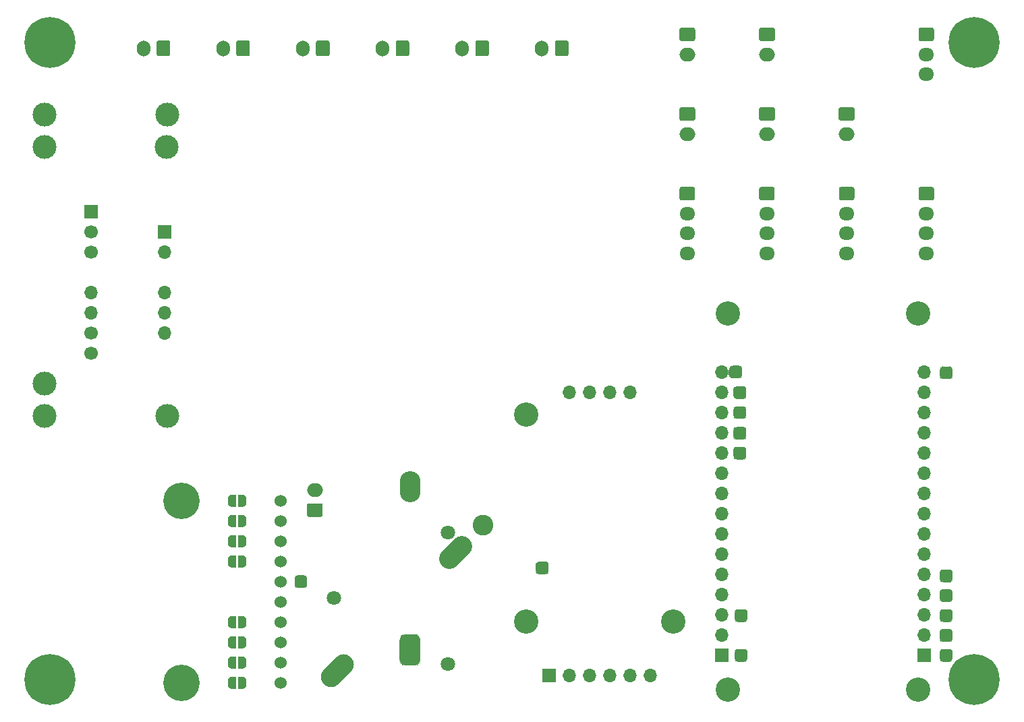
<source format=gbr>
G04 #@! TF.GenerationSoftware,KiCad,Pcbnew,5.1.9-73d0e3b20d~88~ubuntu20.04.1*
G04 #@! TF.CreationDate,2021-10-11T01:44:19+05:30*
G04 #@! TF.ProjectId,vayuO2,76617975-4f32-42e6-9b69-6361645f7063,rev 1*
G04 #@! TF.SameCoordinates,Original*
G04 #@! TF.FileFunction,Soldermask,Bot*
G04 #@! TF.FilePolarity,Negative*
%FSLAX46Y46*%
G04 Gerber Fmt 4.6, Leading zero omitted, Abs format (unit mm)*
G04 Created by KiCad (PCBNEW 5.1.9-73d0e3b20d~88~ubuntu20.04.1) date 2021-10-11 01:44:19*
%MOMM*%
%LPD*%
G01*
G04 APERTURE LIST*
%ADD10O,1.700000X1.700000*%
%ADD11C,1.700000*%
%ADD12R,1.700000X1.700000*%
%ADD13C,3.000000*%
%ADD14O,2.600000X3.900000*%
%ADD15C,1.800000*%
%ADD16O,2.000000X1.700000*%
%ADD17O,1.700000X2.000000*%
%ADD18C,3.048000*%
%ADD19O,1.950000X1.700000*%
%ADD20C,6.400000*%
%ADD21C,0.800000*%
%ADD22C,0.127000*%
%ADD23C,2.600000*%
%ADD24C,1.524000*%
%ADD25C,4.572000*%
G04 APERTURE END LIST*
G36*
G01*
X139300000Y-95800000D02*
X139300000Y-95000000D01*
G75*
G02*
X139700000Y-94600000I400000J0D01*
G01*
X140500000Y-94600000D01*
G75*
G02*
X140900000Y-95000000I0J-400000D01*
G01*
X140900000Y-95800000D01*
G75*
G02*
X140500000Y-96200000I-400000J0D01*
G01*
X139700000Y-96200000D01*
G75*
G02*
X139300000Y-95800000I0J400000D01*
G01*
G37*
G36*
G01*
X165700000Y-95900000D02*
X165700000Y-95100000D01*
G75*
G02*
X166100000Y-94700000I400000J0D01*
G01*
X166900000Y-94700000D01*
G75*
G02*
X167300000Y-95100000I0J-400000D01*
G01*
X167300000Y-95900000D01*
G75*
G02*
X166900000Y-96300000I-400000J0D01*
G01*
X166100000Y-96300000D01*
G75*
G02*
X165700000Y-95900000I0J400000D01*
G01*
G37*
G36*
G01*
X139800000Y-98400000D02*
X139800000Y-97600000D01*
G75*
G02*
X140200000Y-97200000I400000J0D01*
G01*
X141000000Y-97200000D01*
G75*
G02*
X141400000Y-97600000I0J-400000D01*
G01*
X141400000Y-98400000D01*
G75*
G02*
X141000000Y-98800000I-400000J0D01*
G01*
X140200000Y-98800000D01*
G75*
G02*
X139800000Y-98400000I0J400000D01*
G01*
G37*
G36*
G01*
X139800000Y-100900000D02*
X139800000Y-100100000D01*
G75*
G02*
X140200000Y-99700000I400000J0D01*
G01*
X141000000Y-99700000D01*
G75*
G02*
X141400000Y-100100000I0J-400000D01*
G01*
X141400000Y-100900000D01*
G75*
G02*
X141000000Y-101300000I-400000J0D01*
G01*
X140200000Y-101300000D01*
G75*
G02*
X139800000Y-100900000I0J400000D01*
G01*
G37*
G36*
G01*
X139800000Y-103500000D02*
X139800000Y-102700000D01*
G75*
G02*
X140200000Y-102300000I400000J0D01*
G01*
X141000000Y-102300000D01*
G75*
G02*
X141400000Y-102700000I0J-400000D01*
G01*
X141400000Y-103500000D01*
G75*
G02*
X141000000Y-103900000I-400000J0D01*
G01*
X140200000Y-103900000D01*
G75*
G02*
X139800000Y-103500000I0J400000D01*
G01*
G37*
G36*
G01*
X139800000Y-106000000D02*
X139800000Y-105200000D01*
G75*
G02*
X140200000Y-104800000I400000J0D01*
G01*
X141000000Y-104800000D01*
G75*
G02*
X141400000Y-105200000I0J-400000D01*
G01*
X141400000Y-106000000D01*
G75*
G02*
X141000000Y-106400000I-400000J0D01*
G01*
X140200000Y-106400000D01*
G75*
G02*
X139800000Y-106000000I0J400000D01*
G01*
G37*
G36*
G01*
X165700000Y-121400000D02*
X165700000Y-120600000D01*
G75*
G02*
X166100000Y-120200000I400000J0D01*
G01*
X166900000Y-120200000D01*
G75*
G02*
X167300000Y-120600000I0J-400000D01*
G01*
X167300000Y-121400000D01*
G75*
G02*
X166900000Y-121800000I-400000J0D01*
G01*
X166100000Y-121800000D01*
G75*
G02*
X165700000Y-121400000I0J400000D01*
G01*
G37*
G36*
G01*
X165700000Y-123900000D02*
X165700000Y-123100000D01*
G75*
G02*
X166100000Y-122700000I400000J0D01*
G01*
X166900000Y-122700000D01*
G75*
G02*
X167300000Y-123100000I0J-400000D01*
G01*
X167300000Y-123900000D01*
G75*
G02*
X166900000Y-124300000I-400000J0D01*
G01*
X166100000Y-124300000D01*
G75*
G02*
X165700000Y-123900000I0J400000D01*
G01*
G37*
G36*
G01*
X85900000Y-122530000D02*
X85100000Y-122530000D01*
G75*
G02*
X84700000Y-122130000I0J400000D01*
G01*
X84700000Y-121330000D01*
G75*
G02*
X85100000Y-120930000I400000J0D01*
G01*
X85900000Y-120930000D01*
G75*
G02*
X86300000Y-121330000I0J-400000D01*
G01*
X86300000Y-122130000D01*
G75*
G02*
X85900000Y-122530000I-400000J0D01*
G01*
G37*
G36*
G01*
X139950000Y-126400000D02*
X139950000Y-125600000D01*
G75*
G02*
X140350000Y-125200000I400000J0D01*
G01*
X141150000Y-125200000D01*
G75*
G02*
X141550000Y-125600000I0J-400000D01*
G01*
X141550000Y-126400000D01*
G75*
G02*
X141150000Y-126800000I-400000J0D01*
G01*
X140350000Y-126800000D01*
G75*
G02*
X139950000Y-126400000I0J400000D01*
G01*
G37*
G36*
G01*
X165700000Y-126400000D02*
X165700000Y-125600000D01*
G75*
G02*
X166100000Y-125200000I400000J0D01*
G01*
X166900000Y-125200000D01*
G75*
G02*
X167300000Y-125600000I0J-400000D01*
G01*
X167300000Y-126400000D01*
G75*
G02*
X166900000Y-126800000I-400000J0D01*
G01*
X166100000Y-126800000D01*
G75*
G02*
X165700000Y-126400000I0J400000D01*
G01*
G37*
G36*
G01*
X165700000Y-128900000D02*
X165700000Y-128100000D01*
G75*
G02*
X166100000Y-127700000I400000J0D01*
G01*
X166900000Y-127700000D01*
G75*
G02*
X167300000Y-128100000I0J-400000D01*
G01*
X167300000Y-128900000D01*
G75*
G02*
X166900000Y-129300000I-400000J0D01*
G01*
X166100000Y-129300000D01*
G75*
G02*
X165700000Y-128900000I0J400000D01*
G01*
G37*
G36*
G01*
X139950000Y-131400000D02*
X139950000Y-130600000D01*
G75*
G02*
X140350000Y-130200000I400000J0D01*
G01*
X141150000Y-130200000D01*
G75*
G02*
X141550000Y-130600000I0J-400000D01*
G01*
X141550000Y-131400000D01*
G75*
G02*
X141150000Y-131800000I-400000J0D01*
G01*
X140350000Y-131800000D01*
G75*
G02*
X139950000Y-131400000I0J400000D01*
G01*
G37*
G36*
G01*
X165700000Y-131400000D02*
X165700000Y-130600000D01*
G75*
G02*
X166100000Y-130200000I400000J0D01*
G01*
X166900000Y-130200000D01*
G75*
G02*
X167300000Y-130600000I0J-400000D01*
G01*
X167300000Y-131400000D01*
G75*
G02*
X166900000Y-131800000I-400000J0D01*
G01*
X166100000Y-131800000D01*
G75*
G02*
X165700000Y-131400000I0J400000D01*
G01*
G37*
D10*
X59200000Y-88000000D03*
X59200000Y-85460000D03*
D11*
X59200000Y-77840000D03*
D12*
X59200000Y-75300000D03*
D11*
X59200000Y-80380000D03*
X59200000Y-90540000D03*
X59200000Y-93080000D03*
D13*
X53350000Y-96850000D03*
X53350000Y-67150000D03*
X68650000Y-67150000D03*
X53300000Y-100950000D03*
X68700000Y-100950000D03*
X53300000Y-63050000D03*
X68700000Y-63050000D03*
D12*
X68400000Y-77800000D03*
D10*
X68400000Y-80340000D03*
X68400000Y-85420000D03*
X68400000Y-87960000D03*
X68400000Y-90500000D03*
G36*
G01*
X100500000Y-129000000D02*
X100500000Y-131600000D01*
G75*
G02*
X99850000Y-132250000I-650000J0D01*
G01*
X98550000Y-132250000D01*
G75*
G02*
X97900000Y-131600000I0J650000D01*
G01*
X97900000Y-129000000D01*
G75*
G02*
X98550000Y-128350000I650000J0D01*
G01*
X99850000Y-128350000D01*
G75*
G02*
X100500000Y-129000000I0J-650000D01*
G01*
G37*
D14*
X99200000Y-109800000D03*
D15*
X103962000Y-115551000D03*
X89675000Y-123800000D03*
X103962000Y-132049000D03*
D16*
X134000000Y-55500000D03*
G36*
G01*
X133250000Y-52150000D02*
X134750000Y-52150000D01*
G75*
G02*
X135000000Y-52400000I0J-250000D01*
G01*
X135000000Y-53600000D01*
G75*
G02*
X134750000Y-53850000I-250000J0D01*
G01*
X133250000Y-53850000D01*
G75*
G02*
X133000000Y-53600000I0J250000D01*
G01*
X133000000Y-52400000D01*
G75*
G02*
X133250000Y-52150000I250000J0D01*
G01*
G37*
D17*
X115750000Y-54750000D03*
G36*
G01*
X119100000Y-54000000D02*
X119100000Y-55500000D01*
G75*
G02*
X118850000Y-55750000I-250000J0D01*
G01*
X117650000Y-55750000D01*
G75*
G02*
X117400000Y-55500000I0J250000D01*
G01*
X117400000Y-54000000D01*
G75*
G02*
X117650000Y-53750000I250000J0D01*
G01*
X118850000Y-53750000D01*
G75*
G02*
X119100000Y-54000000I0J-250000D01*
G01*
G37*
X105750000Y-54750000D03*
G36*
G01*
X109100000Y-54000000D02*
X109100000Y-55500000D01*
G75*
G02*
X108850000Y-55750000I-250000J0D01*
G01*
X107650000Y-55750000D01*
G75*
G02*
X107400000Y-55500000I0J250000D01*
G01*
X107400000Y-54000000D01*
G75*
G02*
X107650000Y-53750000I250000J0D01*
G01*
X108850000Y-53750000D01*
G75*
G02*
X109100000Y-54000000I0J-250000D01*
G01*
G37*
X95750000Y-54750000D03*
G36*
G01*
X99100000Y-54000000D02*
X99100000Y-55500000D01*
G75*
G02*
X98850000Y-55750000I-250000J0D01*
G01*
X97650000Y-55750000D01*
G75*
G02*
X97400000Y-55500000I0J250000D01*
G01*
X97400000Y-54000000D01*
G75*
G02*
X97650000Y-53750000I250000J0D01*
G01*
X98850000Y-53750000D01*
G75*
G02*
X99100000Y-54000000I0J-250000D01*
G01*
G37*
X85750000Y-54750000D03*
G36*
G01*
X89100000Y-54000000D02*
X89100000Y-55500000D01*
G75*
G02*
X88850000Y-55750000I-250000J0D01*
G01*
X87650000Y-55750000D01*
G75*
G02*
X87400000Y-55500000I0J250000D01*
G01*
X87400000Y-54000000D01*
G75*
G02*
X87650000Y-53750000I250000J0D01*
G01*
X88850000Y-53750000D01*
G75*
G02*
X89100000Y-54000000I0J-250000D01*
G01*
G37*
X75750000Y-54750000D03*
G36*
G01*
X79100000Y-54000000D02*
X79100000Y-55500000D01*
G75*
G02*
X78850000Y-55750000I-250000J0D01*
G01*
X77650000Y-55750000D01*
G75*
G02*
X77400000Y-55500000I0J250000D01*
G01*
X77400000Y-54000000D01*
G75*
G02*
X77650000Y-53750000I250000J0D01*
G01*
X78850000Y-53750000D01*
G75*
G02*
X79100000Y-54000000I0J-250000D01*
G01*
G37*
X65750000Y-54750000D03*
G36*
G01*
X69100000Y-54000000D02*
X69100000Y-55500000D01*
G75*
G02*
X68850000Y-55750000I-250000J0D01*
G01*
X67650000Y-55750000D01*
G75*
G02*
X67400000Y-55500000I0J250000D01*
G01*
X67400000Y-54000000D01*
G75*
G02*
X67650000Y-53750000I250000J0D01*
G01*
X68850000Y-53750000D01*
G75*
G02*
X69100000Y-54000000I0J-250000D01*
G01*
G37*
D12*
X116650000Y-133500000D03*
D10*
X119190000Y-133500000D03*
X121730000Y-133500000D03*
X124270000Y-133500000D03*
X126810000Y-133500000D03*
X129350000Y-133500000D03*
X126810000Y-97940000D03*
X124270000Y-97940000D03*
X119190000Y-97940000D03*
X121730000Y-97940000D03*
D18*
X113750000Y-126770000D03*
X113750000Y-100770000D03*
X132250000Y-126770000D03*
D12*
X163700000Y-131000000D03*
D10*
X163700000Y-128460000D03*
X163700000Y-125920000D03*
X163700000Y-123380000D03*
X163700000Y-120840000D03*
X163700000Y-118300000D03*
X163700000Y-115760000D03*
X163700000Y-113220000D03*
X163700000Y-110680000D03*
X163700000Y-108140000D03*
X163700000Y-105600000D03*
X163700000Y-103060000D03*
X163700000Y-100520000D03*
X163700000Y-97980000D03*
X163700000Y-95440000D03*
X138300000Y-95440000D03*
X138300000Y-115760000D03*
X138300000Y-110680000D03*
X138300000Y-105600000D03*
X138300000Y-113220000D03*
X138300000Y-108140000D03*
X138300000Y-100520000D03*
X138300000Y-97980000D03*
X138300000Y-103060000D03*
X138300000Y-125920000D03*
X138300000Y-118300000D03*
X138300000Y-120840000D03*
X138300000Y-123380000D03*
X138300000Y-128460000D03*
D12*
X138300000Y-131000000D03*
D18*
X139062000Y-135318000D03*
X162938000Y-135318000D03*
X162938000Y-88074000D03*
X139062000Y-88074000D03*
D19*
X134000000Y-80500000D03*
X134000000Y-78000000D03*
X134000000Y-75500000D03*
G36*
G01*
X133275000Y-72150000D02*
X134725000Y-72150000D01*
G75*
G02*
X134975000Y-72400000I0J-250000D01*
G01*
X134975000Y-73600000D01*
G75*
G02*
X134725000Y-73850000I-250000J0D01*
G01*
X133275000Y-73850000D01*
G75*
G02*
X133025000Y-73600000I0J250000D01*
G01*
X133025000Y-72400000D01*
G75*
G02*
X133275000Y-72150000I250000J0D01*
G01*
G37*
D16*
X144000000Y-55500000D03*
G36*
G01*
X143250000Y-52150000D02*
X144750000Y-52150000D01*
G75*
G02*
X145000000Y-52400000I0J-250000D01*
G01*
X145000000Y-53600000D01*
G75*
G02*
X144750000Y-53850000I-250000J0D01*
G01*
X143250000Y-53850000D01*
G75*
G02*
X143000000Y-53600000I0J250000D01*
G01*
X143000000Y-52400000D01*
G75*
G02*
X143250000Y-52150000I250000J0D01*
G01*
G37*
D20*
X170000000Y-54000000D03*
D21*
X172400000Y-54000000D03*
X171697056Y-55697056D03*
X170000000Y-56400000D03*
X168302944Y-55697056D03*
X167600000Y-54000000D03*
X168302944Y-52302944D03*
X170000000Y-51600000D03*
X171697056Y-52302944D03*
D20*
X170000000Y-134000000D03*
D21*
X172400000Y-134000000D03*
X171697056Y-135697056D03*
X170000000Y-136400000D03*
X168302944Y-135697056D03*
X167600000Y-134000000D03*
X168302944Y-132302944D03*
X170000000Y-131600000D03*
X171697056Y-132302944D03*
D20*
X54000000Y-54000000D03*
D21*
X56400000Y-54000000D03*
X55697056Y-55697056D03*
X54000000Y-56400000D03*
X52302944Y-55697056D03*
X51600000Y-54000000D03*
X52302944Y-52302944D03*
X54000000Y-51600000D03*
X55697056Y-52302944D03*
D20*
X54000000Y-134000000D03*
D21*
X56400000Y-134000000D03*
X55697056Y-135697056D03*
X54000000Y-136400000D03*
X52302944Y-135697056D03*
X51600000Y-134000000D03*
X52302944Y-132302944D03*
X54000000Y-131600000D03*
X55697056Y-132302944D03*
D22*
G36*
X76850000Y-112319398D02*
G01*
X76825466Y-112319398D01*
X76776635Y-112314588D01*
X76728510Y-112305016D01*
X76681555Y-112290772D01*
X76636222Y-112271995D01*
X76592949Y-112248864D01*
X76552150Y-112221604D01*
X76514221Y-112190476D01*
X76479524Y-112155779D01*
X76448396Y-112117850D01*
X76421136Y-112077051D01*
X76398005Y-112033778D01*
X76379228Y-111988445D01*
X76364984Y-111941490D01*
X76355412Y-111893365D01*
X76350602Y-111844534D01*
X76350602Y-111820000D01*
X76350000Y-111820000D01*
X76350000Y-111320000D01*
X76350602Y-111320000D01*
X76350602Y-111295466D01*
X76355412Y-111246635D01*
X76364984Y-111198510D01*
X76379228Y-111151555D01*
X76398005Y-111106222D01*
X76421136Y-111062949D01*
X76448396Y-111022150D01*
X76479524Y-110984221D01*
X76514221Y-110949524D01*
X76552150Y-110918396D01*
X76592949Y-110891136D01*
X76636222Y-110868005D01*
X76681555Y-110849228D01*
X76728510Y-110834984D01*
X76776635Y-110825412D01*
X76825466Y-110820602D01*
X76850000Y-110820602D01*
X76850000Y-110820000D01*
X77350000Y-110820000D01*
X77350000Y-112320000D01*
X76850000Y-112320000D01*
X76850000Y-112319398D01*
G37*
G36*
X77650000Y-110820000D02*
G01*
X78150000Y-110820000D01*
X78150000Y-110820602D01*
X78174534Y-110820602D01*
X78223365Y-110825412D01*
X78271490Y-110834984D01*
X78318445Y-110849228D01*
X78363778Y-110868005D01*
X78407051Y-110891136D01*
X78447850Y-110918396D01*
X78485779Y-110949524D01*
X78520476Y-110984221D01*
X78551604Y-111022150D01*
X78578864Y-111062949D01*
X78601995Y-111106222D01*
X78620772Y-111151555D01*
X78635016Y-111198510D01*
X78644588Y-111246635D01*
X78649398Y-111295466D01*
X78649398Y-111320000D01*
X78650000Y-111320000D01*
X78650000Y-111820000D01*
X78649398Y-111820000D01*
X78649398Y-111844534D01*
X78644588Y-111893365D01*
X78635016Y-111941490D01*
X78620772Y-111988445D01*
X78601995Y-112033778D01*
X78578864Y-112077051D01*
X78551604Y-112117850D01*
X78520476Y-112155779D01*
X78485779Y-112190476D01*
X78447850Y-112221604D01*
X78407051Y-112248864D01*
X78363778Y-112271995D01*
X78318445Y-112290772D01*
X78271490Y-112305016D01*
X78223365Y-112314588D01*
X78174534Y-112319398D01*
X78150000Y-112319398D01*
X78150000Y-112320000D01*
X77650000Y-112320000D01*
X77650000Y-110820000D01*
G37*
G36*
X76850000Y-114859398D02*
G01*
X76825466Y-114859398D01*
X76776635Y-114854588D01*
X76728510Y-114845016D01*
X76681555Y-114830772D01*
X76636222Y-114811995D01*
X76592949Y-114788864D01*
X76552150Y-114761604D01*
X76514221Y-114730476D01*
X76479524Y-114695779D01*
X76448396Y-114657850D01*
X76421136Y-114617051D01*
X76398005Y-114573778D01*
X76379228Y-114528445D01*
X76364984Y-114481490D01*
X76355412Y-114433365D01*
X76350602Y-114384534D01*
X76350602Y-114360000D01*
X76350000Y-114360000D01*
X76350000Y-113860000D01*
X76350602Y-113860000D01*
X76350602Y-113835466D01*
X76355412Y-113786635D01*
X76364984Y-113738510D01*
X76379228Y-113691555D01*
X76398005Y-113646222D01*
X76421136Y-113602949D01*
X76448396Y-113562150D01*
X76479524Y-113524221D01*
X76514221Y-113489524D01*
X76552150Y-113458396D01*
X76592949Y-113431136D01*
X76636222Y-113408005D01*
X76681555Y-113389228D01*
X76728510Y-113374984D01*
X76776635Y-113365412D01*
X76825466Y-113360602D01*
X76850000Y-113360602D01*
X76850000Y-113360000D01*
X77350000Y-113360000D01*
X77350000Y-114860000D01*
X76850000Y-114860000D01*
X76850000Y-114859398D01*
G37*
G36*
X77650000Y-113360000D02*
G01*
X78150000Y-113360000D01*
X78150000Y-113360602D01*
X78174534Y-113360602D01*
X78223365Y-113365412D01*
X78271490Y-113374984D01*
X78318445Y-113389228D01*
X78363778Y-113408005D01*
X78407051Y-113431136D01*
X78447850Y-113458396D01*
X78485779Y-113489524D01*
X78520476Y-113524221D01*
X78551604Y-113562150D01*
X78578864Y-113602949D01*
X78601995Y-113646222D01*
X78620772Y-113691555D01*
X78635016Y-113738510D01*
X78644588Y-113786635D01*
X78649398Y-113835466D01*
X78649398Y-113860000D01*
X78650000Y-113860000D01*
X78650000Y-114360000D01*
X78649398Y-114360000D01*
X78649398Y-114384534D01*
X78644588Y-114433365D01*
X78635016Y-114481490D01*
X78620772Y-114528445D01*
X78601995Y-114573778D01*
X78578864Y-114617051D01*
X78551604Y-114657850D01*
X78520476Y-114695779D01*
X78485779Y-114730476D01*
X78447850Y-114761604D01*
X78407051Y-114788864D01*
X78363778Y-114811995D01*
X78318445Y-114830772D01*
X78271490Y-114845016D01*
X78223365Y-114854588D01*
X78174534Y-114859398D01*
X78150000Y-114859398D01*
X78150000Y-114860000D01*
X77650000Y-114860000D01*
X77650000Y-113360000D01*
G37*
G36*
X76850000Y-117399398D02*
G01*
X76825466Y-117399398D01*
X76776635Y-117394588D01*
X76728510Y-117385016D01*
X76681555Y-117370772D01*
X76636222Y-117351995D01*
X76592949Y-117328864D01*
X76552150Y-117301604D01*
X76514221Y-117270476D01*
X76479524Y-117235779D01*
X76448396Y-117197850D01*
X76421136Y-117157051D01*
X76398005Y-117113778D01*
X76379228Y-117068445D01*
X76364984Y-117021490D01*
X76355412Y-116973365D01*
X76350602Y-116924534D01*
X76350602Y-116900000D01*
X76350000Y-116900000D01*
X76350000Y-116400000D01*
X76350602Y-116400000D01*
X76350602Y-116375466D01*
X76355412Y-116326635D01*
X76364984Y-116278510D01*
X76379228Y-116231555D01*
X76398005Y-116186222D01*
X76421136Y-116142949D01*
X76448396Y-116102150D01*
X76479524Y-116064221D01*
X76514221Y-116029524D01*
X76552150Y-115998396D01*
X76592949Y-115971136D01*
X76636222Y-115948005D01*
X76681555Y-115929228D01*
X76728510Y-115914984D01*
X76776635Y-115905412D01*
X76825466Y-115900602D01*
X76850000Y-115900602D01*
X76850000Y-115900000D01*
X77350000Y-115900000D01*
X77350000Y-117400000D01*
X76850000Y-117400000D01*
X76850000Y-117399398D01*
G37*
G36*
X77650000Y-115900000D02*
G01*
X78150000Y-115900000D01*
X78150000Y-115900602D01*
X78174534Y-115900602D01*
X78223365Y-115905412D01*
X78271490Y-115914984D01*
X78318445Y-115929228D01*
X78363778Y-115948005D01*
X78407051Y-115971136D01*
X78447850Y-115998396D01*
X78485779Y-116029524D01*
X78520476Y-116064221D01*
X78551604Y-116102150D01*
X78578864Y-116142949D01*
X78601995Y-116186222D01*
X78620772Y-116231555D01*
X78635016Y-116278510D01*
X78644588Y-116326635D01*
X78649398Y-116375466D01*
X78649398Y-116400000D01*
X78650000Y-116400000D01*
X78650000Y-116900000D01*
X78649398Y-116900000D01*
X78649398Y-116924534D01*
X78644588Y-116973365D01*
X78635016Y-117021490D01*
X78620772Y-117068445D01*
X78601995Y-117113778D01*
X78578864Y-117157051D01*
X78551604Y-117197850D01*
X78520476Y-117235779D01*
X78485779Y-117270476D01*
X78447850Y-117301604D01*
X78407051Y-117328864D01*
X78363778Y-117351995D01*
X78318445Y-117370772D01*
X78271490Y-117385016D01*
X78223365Y-117394588D01*
X78174534Y-117399398D01*
X78150000Y-117399398D01*
X78150000Y-117400000D01*
X77650000Y-117400000D01*
X77650000Y-115900000D01*
G37*
G36*
X76850000Y-119939398D02*
G01*
X76825466Y-119939398D01*
X76776635Y-119934588D01*
X76728510Y-119925016D01*
X76681555Y-119910772D01*
X76636222Y-119891995D01*
X76592949Y-119868864D01*
X76552150Y-119841604D01*
X76514221Y-119810476D01*
X76479524Y-119775779D01*
X76448396Y-119737850D01*
X76421136Y-119697051D01*
X76398005Y-119653778D01*
X76379228Y-119608445D01*
X76364984Y-119561490D01*
X76355412Y-119513365D01*
X76350602Y-119464534D01*
X76350602Y-119440000D01*
X76350000Y-119440000D01*
X76350000Y-118940000D01*
X76350602Y-118940000D01*
X76350602Y-118915466D01*
X76355412Y-118866635D01*
X76364984Y-118818510D01*
X76379228Y-118771555D01*
X76398005Y-118726222D01*
X76421136Y-118682949D01*
X76448396Y-118642150D01*
X76479524Y-118604221D01*
X76514221Y-118569524D01*
X76552150Y-118538396D01*
X76592949Y-118511136D01*
X76636222Y-118488005D01*
X76681555Y-118469228D01*
X76728510Y-118454984D01*
X76776635Y-118445412D01*
X76825466Y-118440602D01*
X76850000Y-118440602D01*
X76850000Y-118440000D01*
X77350000Y-118440000D01*
X77350000Y-119940000D01*
X76850000Y-119940000D01*
X76850000Y-119939398D01*
G37*
G36*
X77650000Y-118440000D02*
G01*
X78150000Y-118440000D01*
X78150000Y-118440602D01*
X78174534Y-118440602D01*
X78223365Y-118445412D01*
X78271490Y-118454984D01*
X78318445Y-118469228D01*
X78363778Y-118488005D01*
X78407051Y-118511136D01*
X78447850Y-118538396D01*
X78485779Y-118569524D01*
X78520476Y-118604221D01*
X78551604Y-118642150D01*
X78578864Y-118682949D01*
X78601995Y-118726222D01*
X78620772Y-118771555D01*
X78635016Y-118818510D01*
X78644588Y-118866635D01*
X78649398Y-118915466D01*
X78649398Y-118940000D01*
X78650000Y-118940000D01*
X78650000Y-119440000D01*
X78649398Y-119440000D01*
X78649398Y-119464534D01*
X78644588Y-119513365D01*
X78635016Y-119561490D01*
X78620772Y-119608445D01*
X78601995Y-119653778D01*
X78578864Y-119697051D01*
X78551604Y-119737850D01*
X78520476Y-119775779D01*
X78485779Y-119810476D01*
X78447850Y-119841604D01*
X78407051Y-119868864D01*
X78363778Y-119891995D01*
X78318445Y-119910772D01*
X78271490Y-119925016D01*
X78223365Y-119934588D01*
X78174534Y-119939398D01*
X78150000Y-119939398D01*
X78150000Y-119940000D01*
X77650000Y-119940000D01*
X77650000Y-118440000D01*
G37*
G36*
X76850000Y-127559398D02*
G01*
X76825466Y-127559398D01*
X76776635Y-127554588D01*
X76728510Y-127545016D01*
X76681555Y-127530772D01*
X76636222Y-127511995D01*
X76592949Y-127488864D01*
X76552150Y-127461604D01*
X76514221Y-127430476D01*
X76479524Y-127395779D01*
X76448396Y-127357850D01*
X76421136Y-127317051D01*
X76398005Y-127273778D01*
X76379228Y-127228445D01*
X76364984Y-127181490D01*
X76355412Y-127133365D01*
X76350602Y-127084534D01*
X76350602Y-127060000D01*
X76350000Y-127060000D01*
X76350000Y-126560000D01*
X76350602Y-126560000D01*
X76350602Y-126535466D01*
X76355412Y-126486635D01*
X76364984Y-126438510D01*
X76379228Y-126391555D01*
X76398005Y-126346222D01*
X76421136Y-126302949D01*
X76448396Y-126262150D01*
X76479524Y-126224221D01*
X76514221Y-126189524D01*
X76552150Y-126158396D01*
X76592949Y-126131136D01*
X76636222Y-126108005D01*
X76681555Y-126089228D01*
X76728510Y-126074984D01*
X76776635Y-126065412D01*
X76825466Y-126060602D01*
X76850000Y-126060602D01*
X76850000Y-126060000D01*
X77350000Y-126060000D01*
X77350000Y-127560000D01*
X76850000Y-127560000D01*
X76850000Y-127559398D01*
G37*
G36*
X77650000Y-126060000D02*
G01*
X78150000Y-126060000D01*
X78150000Y-126060602D01*
X78174534Y-126060602D01*
X78223365Y-126065412D01*
X78271490Y-126074984D01*
X78318445Y-126089228D01*
X78363778Y-126108005D01*
X78407051Y-126131136D01*
X78447850Y-126158396D01*
X78485779Y-126189524D01*
X78520476Y-126224221D01*
X78551604Y-126262150D01*
X78578864Y-126302949D01*
X78601995Y-126346222D01*
X78620772Y-126391555D01*
X78635016Y-126438510D01*
X78644588Y-126486635D01*
X78649398Y-126535466D01*
X78649398Y-126560000D01*
X78650000Y-126560000D01*
X78650000Y-127060000D01*
X78649398Y-127060000D01*
X78649398Y-127084534D01*
X78644588Y-127133365D01*
X78635016Y-127181490D01*
X78620772Y-127228445D01*
X78601995Y-127273778D01*
X78578864Y-127317051D01*
X78551604Y-127357850D01*
X78520476Y-127395779D01*
X78485779Y-127430476D01*
X78447850Y-127461604D01*
X78407051Y-127488864D01*
X78363778Y-127511995D01*
X78318445Y-127530772D01*
X78271490Y-127545016D01*
X78223365Y-127554588D01*
X78174534Y-127559398D01*
X78150000Y-127559398D01*
X78150000Y-127560000D01*
X77650000Y-127560000D01*
X77650000Y-126060000D01*
G37*
G36*
X76850001Y-130099398D02*
G01*
X76825467Y-130099398D01*
X76776636Y-130094588D01*
X76728511Y-130085016D01*
X76681556Y-130070772D01*
X76636223Y-130051995D01*
X76592950Y-130028864D01*
X76552151Y-130001604D01*
X76514222Y-129970476D01*
X76479525Y-129935779D01*
X76448397Y-129897850D01*
X76421137Y-129857051D01*
X76398006Y-129813778D01*
X76379229Y-129768445D01*
X76364985Y-129721490D01*
X76355413Y-129673365D01*
X76350603Y-129624534D01*
X76350603Y-129600000D01*
X76350001Y-129600000D01*
X76350001Y-129100000D01*
X76350603Y-129100000D01*
X76350603Y-129075466D01*
X76355413Y-129026635D01*
X76364985Y-128978510D01*
X76379229Y-128931555D01*
X76398006Y-128886222D01*
X76421137Y-128842949D01*
X76448397Y-128802150D01*
X76479525Y-128764221D01*
X76514222Y-128729524D01*
X76552151Y-128698396D01*
X76592950Y-128671136D01*
X76636223Y-128648005D01*
X76681556Y-128629228D01*
X76728511Y-128614984D01*
X76776636Y-128605412D01*
X76825467Y-128600602D01*
X76850001Y-128600602D01*
X76850001Y-128600000D01*
X77350001Y-128600000D01*
X77350001Y-130100000D01*
X76850001Y-130100000D01*
X76850001Y-130099398D01*
G37*
G36*
X77650001Y-128600000D02*
G01*
X78150001Y-128600000D01*
X78150001Y-128600602D01*
X78174535Y-128600602D01*
X78223366Y-128605412D01*
X78271491Y-128614984D01*
X78318446Y-128629228D01*
X78363779Y-128648005D01*
X78407052Y-128671136D01*
X78447851Y-128698396D01*
X78485780Y-128729524D01*
X78520477Y-128764221D01*
X78551605Y-128802150D01*
X78578865Y-128842949D01*
X78601996Y-128886222D01*
X78620773Y-128931555D01*
X78635017Y-128978510D01*
X78644589Y-129026635D01*
X78649399Y-129075466D01*
X78649399Y-129100000D01*
X78650001Y-129100000D01*
X78650001Y-129600000D01*
X78649399Y-129600000D01*
X78649399Y-129624534D01*
X78644589Y-129673365D01*
X78635017Y-129721490D01*
X78620773Y-129768445D01*
X78601996Y-129813778D01*
X78578865Y-129857051D01*
X78551605Y-129897850D01*
X78520477Y-129935779D01*
X78485780Y-129970476D01*
X78447851Y-130001604D01*
X78407052Y-130028864D01*
X78363779Y-130051995D01*
X78318446Y-130070772D01*
X78271491Y-130085016D01*
X78223366Y-130094588D01*
X78174535Y-130099398D01*
X78150001Y-130099398D01*
X78150001Y-130100000D01*
X77650001Y-130100000D01*
X77650001Y-128600000D01*
G37*
G36*
X76850000Y-132639398D02*
G01*
X76825466Y-132639398D01*
X76776635Y-132634588D01*
X76728510Y-132625016D01*
X76681555Y-132610772D01*
X76636222Y-132591995D01*
X76592949Y-132568864D01*
X76552150Y-132541604D01*
X76514221Y-132510476D01*
X76479524Y-132475779D01*
X76448396Y-132437850D01*
X76421136Y-132397051D01*
X76398005Y-132353778D01*
X76379228Y-132308445D01*
X76364984Y-132261490D01*
X76355412Y-132213365D01*
X76350602Y-132164534D01*
X76350602Y-132140000D01*
X76350000Y-132140000D01*
X76350000Y-131640000D01*
X76350602Y-131640000D01*
X76350602Y-131615466D01*
X76355412Y-131566635D01*
X76364984Y-131518510D01*
X76379228Y-131471555D01*
X76398005Y-131426222D01*
X76421136Y-131382949D01*
X76448396Y-131342150D01*
X76479524Y-131304221D01*
X76514221Y-131269524D01*
X76552150Y-131238396D01*
X76592949Y-131211136D01*
X76636222Y-131188005D01*
X76681555Y-131169228D01*
X76728510Y-131154984D01*
X76776635Y-131145412D01*
X76825466Y-131140602D01*
X76850000Y-131140602D01*
X76850000Y-131140000D01*
X77350000Y-131140000D01*
X77350000Y-132640000D01*
X76850000Y-132640000D01*
X76850000Y-132639398D01*
G37*
G36*
X77650000Y-131140000D02*
G01*
X78150000Y-131140000D01*
X78150000Y-131140602D01*
X78174534Y-131140602D01*
X78223365Y-131145412D01*
X78271490Y-131154984D01*
X78318445Y-131169228D01*
X78363778Y-131188005D01*
X78407051Y-131211136D01*
X78447850Y-131238396D01*
X78485779Y-131269524D01*
X78520476Y-131304221D01*
X78551604Y-131342150D01*
X78578864Y-131382949D01*
X78601995Y-131426222D01*
X78620772Y-131471555D01*
X78635016Y-131518510D01*
X78644588Y-131566635D01*
X78649398Y-131615466D01*
X78649398Y-131640000D01*
X78650000Y-131640000D01*
X78650000Y-132140000D01*
X78649398Y-132140000D01*
X78649398Y-132164534D01*
X78644588Y-132213365D01*
X78635016Y-132261490D01*
X78620772Y-132308445D01*
X78601995Y-132353778D01*
X78578864Y-132397051D01*
X78551604Y-132437850D01*
X78520476Y-132475779D01*
X78485779Y-132510476D01*
X78447850Y-132541604D01*
X78407051Y-132568864D01*
X78363778Y-132591995D01*
X78318445Y-132610772D01*
X78271490Y-132625016D01*
X78223365Y-132634588D01*
X78174534Y-132639398D01*
X78150000Y-132639398D01*
X78150000Y-132640000D01*
X77650000Y-132640000D01*
X77650000Y-131140000D01*
G37*
G36*
X76850000Y-135179398D02*
G01*
X76825466Y-135179398D01*
X76776635Y-135174588D01*
X76728510Y-135165016D01*
X76681555Y-135150772D01*
X76636222Y-135131995D01*
X76592949Y-135108864D01*
X76552150Y-135081604D01*
X76514221Y-135050476D01*
X76479524Y-135015779D01*
X76448396Y-134977850D01*
X76421136Y-134937051D01*
X76398005Y-134893778D01*
X76379228Y-134848445D01*
X76364984Y-134801490D01*
X76355412Y-134753365D01*
X76350602Y-134704534D01*
X76350602Y-134680000D01*
X76350000Y-134680000D01*
X76350000Y-134180000D01*
X76350602Y-134180000D01*
X76350602Y-134155466D01*
X76355412Y-134106635D01*
X76364984Y-134058510D01*
X76379228Y-134011555D01*
X76398005Y-133966222D01*
X76421136Y-133922949D01*
X76448396Y-133882150D01*
X76479524Y-133844221D01*
X76514221Y-133809524D01*
X76552150Y-133778396D01*
X76592949Y-133751136D01*
X76636222Y-133728005D01*
X76681555Y-133709228D01*
X76728510Y-133694984D01*
X76776635Y-133685412D01*
X76825466Y-133680602D01*
X76850000Y-133680602D01*
X76850000Y-133680000D01*
X77350000Y-133680000D01*
X77350000Y-135180000D01*
X76850000Y-135180000D01*
X76850000Y-135179398D01*
G37*
G36*
X77650000Y-133680000D02*
G01*
X78150000Y-133680000D01*
X78150000Y-133680602D01*
X78174534Y-133680602D01*
X78223365Y-133685412D01*
X78271490Y-133694984D01*
X78318445Y-133709228D01*
X78363778Y-133728005D01*
X78407051Y-133751136D01*
X78447850Y-133778396D01*
X78485779Y-133809524D01*
X78520476Y-133844221D01*
X78551604Y-133882150D01*
X78578864Y-133922949D01*
X78601995Y-133966222D01*
X78620772Y-134011555D01*
X78635016Y-134058510D01*
X78644588Y-134106635D01*
X78649398Y-134155466D01*
X78649398Y-134180000D01*
X78650000Y-134180000D01*
X78650000Y-134680000D01*
X78649398Y-134680000D01*
X78649398Y-134704534D01*
X78644588Y-134753365D01*
X78635016Y-134801490D01*
X78620772Y-134848445D01*
X78601995Y-134893778D01*
X78578864Y-134937051D01*
X78551604Y-134977850D01*
X78520476Y-135015779D01*
X78485779Y-135050476D01*
X78447850Y-135081604D01*
X78407051Y-135108864D01*
X78363778Y-135131995D01*
X78318445Y-135150772D01*
X78271490Y-135165016D01*
X78223365Y-135174588D01*
X78174534Y-135179398D01*
X78150000Y-135179398D01*
X78150000Y-135180000D01*
X77650000Y-135180000D01*
X77650000Y-133680000D01*
G37*
D23*
X108392388Y-114607612D03*
G36*
G01*
X103230509Y-117931013D02*
X104786143Y-116375379D01*
G75*
G02*
X106624621Y-116375379I919239J-919239D01*
G01*
X106624621Y-116375379D01*
G75*
G02*
X106624621Y-118213857I-919239J-919239D01*
G01*
X105068987Y-119769491D01*
G75*
G02*
X103230509Y-119769491I-919239J919239D01*
G01*
X103230509Y-119769491D01*
G75*
G02*
X103230509Y-117931013I919239J919239D01*
G01*
G37*
G36*
G01*
X88381267Y-132780255D02*
X89936901Y-131224621D01*
G75*
G02*
X91775379Y-131224621I919239J-919239D01*
G01*
X91775379Y-131224621D01*
G75*
G02*
X91775379Y-133063099I-919239J-919239D01*
G01*
X90219745Y-134618733D01*
G75*
G02*
X88381267Y-134618733I-919239J919239D01*
G01*
X88381267Y-134618733D01*
G75*
G02*
X88381267Y-132780255I919239J919239D01*
G01*
G37*
G36*
G01*
X116200000Y-120800000D02*
X115400000Y-120800000D01*
G75*
G02*
X115000000Y-120400000I0J400000D01*
G01*
X115000000Y-119600000D01*
G75*
G02*
X115400000Y-119200000I400000J0D01*
G01*
X116200000Y-119200000D01*
G75*
G02*
X116600000Y-119600000I0J-400000D01*
G01*
X116600000Y-120400000D01*
G75*
G02*
X116200000Y-120800000I-400000J0D01*
G01*
G37*
D16*
X154000000Y-65500000D03*
G36*
G01*
X153250000Y-62150000D02*
X154750000Y-62150000D01*
G75*
G02*
X155000000Y-62400000I0J-250000D01*
G01*
X155000000Y-63600000D01*
G75*
G02*
X154750000Y-63850000I-250000J0D01*
G01*
X153250000Y-63850000D01*
G75*
G02*
X153000000Y-63600000I0J250000D01*
G01*
X153000000Y-62400000D01*
G75*
G02*
X153250000Y-62150000I250000J0D01*
G01*
G37*
X144000000Y-65500000D03*
G36*
G01*
X143250000Y-62150000D02*
X144750000Y-62150000D01*
G75*
G02*
X145000000Y-62400000I0J-250000D01*
G01*
X145000000Y-63600000D01*
G75*
G02*
X144750000Y-63850000I-250000J0D01*
G01*
X143250000Y-63850000D01*
G75*
G02*
X143000000Y-63600000I0J250000D01*
G01*
X143000000Y-62400000D01*
G75*
G02*
X143250000Y-62150000I250000J0D01*
G01*
G37*
X134000000Y-65500000D03*
G36*
G01*
X133250000Y-62150000D02*
X134750000Y-62150000D01*
G75*
G02*
X135000000Y-62400000I0J-250000D01*
G01*
X135000000Y-63600000D01*
G75*
G02*
X134750000Y-63850000I-250000J0D01*
G01*
X133250000Y-63850000D01*
G75*
G02*
X133000000Y-63600000I0J250000D01*
G01*
X133000000Y-62400000D01*
G75*
G02*
X133250000Y-62150000I250000J0D01*
G01*
G37*
D24*
X83000000Y-124270000D03*
X83000000Y-121730000D03*
X83000000Y-119190000D03*
X83000000Y-116650000D03*
X83000000Y-114110000D03*
X83000000Y-111570000D03*
X83000000Y-126810000D03*
X83000000Y-129350000D03*
X83000000Y-131890000D03*
X83000000Y-134430000D03*
D25*
X70554000Y-134430000D03*
X70554000Y-111570000D03*
D16*
X87250000Y-110250000D03*
G36*
G01*
X88000000Y-113600000D02*
X86500000Y-113600000D01*
G75*
G02*
X86250000Y-113350000I0J250000D01*
G01*
X86250000Y-112150000D01*
G75*
G02*
X86500000Y-111900000I250000J0D01*
G01*
X88000000Y-111900000D01*
G75*
G02*
X88250000Y-112150000I0J-250000D01*
G01*
X88250000Y-113350000D01*
G75*
G02*
X88000000Y-113600000I-250000J0D01*
G01*
G37*
D19*
X154000000Y-80500000D03*
X154000000Y-78000000D03*
X154000000Y-75500000D03*
G36*
G01*
X153275000Y-72150000D02*
X154725000Y-72150000D01*
G75*
G02*
X154975000Y-72400000I0J-250000D01*
G01*
X154975000Y-73600000D01*
G75*
G02*
X154725000Y-73850000I-250000J0D01*
G01*
X153275000Y-73850000D01*
G75*
G02*
X153025000Y-73600000I0J250000D01*
G01*
X153025000Y-72400000D01*
G75*
G02*
X153275000Y-72150000I250000J0D01*
G01*
G37*
X164000000Y-80500000D03*
X164000000Y-78000000D03*
X164000000Y-75500000D03*
G36*
G01*
X163275000Y-72150000D02*
X164725000Y-72150000D01*
G75*
G02*
X164975000Y-72400000I0J-250000D01*
G01*
X164975000Y-73600000D01*
G75*
G02*
X164725000Y-73850000I-250000J0D01*
G01*
X163275000Y-73850000D01*
G75*
G02*
X163025000Y-73600000I0J250000D01*
G01*
X163025000Y-72400000D01*
G75*
G02*
X163275000Y-72150000I250000J0D01*
G01*
G37*
X144000000Y-80500000D03*
X144000000Y-78000000D03*
X144000000Y-75500000D03*
G36*
G01*
X143275000Y-72150000D02*
X144725000Y-72150000D01*
G75*
G02*
X144975000Y-72400000I0J-250000D01*
G01*
X144975000Y-73600000D01*
G75*
G02*
X144725000Y-73850000I-250000J0D01*
G01*
X143275000Y-73850000D01*
G75*
G02*
X143025000Y-73600000I0J250000D01*
G01*
X143025000Y-72400000D01*
G75*
G02*
X143275000Y-72150000I250000J0D01*
G01*
G37*
X164000000Y-58000000D03*
X164000000Y-55500000D03*
G36*
G01*
X163275000Y-52150000D02*
X164725000Y-52150000D01*
G75*
G02*
X164975000Y-52400000I0J-250000D01*
G01*
X164975000Y-53600000D01*
G75*
G02*
X164725000Y-53850000I-250000J0D01*
G01*
X163275000Y-53850000D01*
G75*
G02*
X163025000Y-53600000I0J250000D01*
G01*
X163025000Y-52400000D01*
G75*
G02*
X163275000Y-52150000I250000J0D01*
G01*
G37*
D22*
G36*
X100501165Y-131598374D02*
G01*
X100502000Y-131600000D01*
X100502000Y-131656360D01*
X100501990Y-131656556D01*
X100490109Y-131777195D01*
X100490033Y-131777580D01*
X100456635Y-131887676D01*
X100456485Y-131888038D01*
X100402250Y-131989503D01*
X100402032Y-131989829D01*
X100329044Y-132078767D01*
X100328767Y-132079044D01*
X100239829Y-132152032D01*
X100239503Y-132152250D01*
X100138038Y-132206485D01*
X100137676Y-132206635D01*
X100027580Y-132240033D01*
X100027195Y-132240109D01*
X99906556Y-132251990D01*
X99906360Y-132252000D01*
X99850000Y-132252000D01*
X99848268Y-132251000D01*
X99848268Y-132249000D01*
X99849804Y-132248010D01*
X99976414Y-132235540D01*
X100097975Y-132198665D01*
X100210005Y-132138784D01*
X100308198Y-132058198D01*
X100388784Y-131960005D01*
X100448665Y-131847975D01*
X100485540Y-131726414D01*
X100498010Y-131599804D01*
X100499175Y-131598178D01*
X100501165Y-131598374D01*
G37*
G36*
X97901990Y-131599804D02*
G01*
X97914460Y-131726414D01*
X97951335Y-131847975D01*
X98011216Y-131960005D01*
X98091802Y-132058198D01*
X98189995Y-132138784D01*
X98302025Y-132198665D01*
X98423586Y-132235540D01*
X98550196Y-132248010D01*
X98551822Y-132249175D01*
X98551626Y-132251165D01*
X98550000Y-132252000D01*
X98493640Y-132252000D01*
X98493444Y-132251990D01*
X98372805Y-132240109D01*
X98372420Y-132240033D01*
X98262324Y-132206635D01*
X98261962Y-132206485D01*
X98160497Y-132152250D01*
X98160171Y-132152032D01*
X98071233Y-132079044D01*
X98070956Y-132078767D01*
X97997968Y-131989829D01*
X97997750Y-131989503D01*
X97943515Y-131888038D01*
X97943365Y-131887676D01*
X97909967Y-131777580D01*
X97909891Y-131777195D01*
X97898010Y-131656556D01*
X97898000Y-131656360D01*
X97898000Y-131600000D01*
X97899000Y-131598268D01*
X97901000Y-131598268D01*
X97901990Y-131599804D01*
G37*
G36*
X167301165Y-131398374D02*
G01*
X167302000Y-131400000D01*
X167302000Y-131456360D01*
X167301990Y-131456556D01*
X167294912Y-131528419D01*
X167294836Y-131528804D01*
X167275664Y-131592004D01*
X167275514Y-131592366D01*
X167244380Y-131650615D01*
X167244162Y-131650941D01*
X167202267Y-131701990D01*
X167201990Y-131702267D01*
X167150941Y-131744162D01*
X167150615Y-131744380D01*
X167092366Y-131775514D01*
X167092004Y-131775664D01*
X167028804Y-131794836D01*
X167028419Y-131794912D01*
X166956556Y-131801990D01*
X166956360Y-131802000D01*
X166900000Y-131802000D01*
X166898268Y-131801000D01*
X166898268Y-131799000D01*
X166899804Y-131798010D01*
X166977641Y-131790344D01*
X167052304Y-131767695D01*
X167121112Y-131730917D01*
X167181422Y-131681422D01*
X167230917Y-131621112D01*
X167267695Y-131552304D01*
X167290344Y-131477641D01*
X167298010Y-131399804D01*
X167299175Y-131398178D01*
X167301165Y-131398374D01*
G37*
G36*
X165701990Y-131399804D02*
G01*
X165709656Y-131477641D01*
X165732305Y-131552304D01*
X165769083Y-131621112D01*
X165818578Y-131681422D01*
X165878888Y-131730917D01*
X165947696Y-131767695D01*
X166022359Y-131790344D01*
X166100196Y-131798010D01*
X166101822Y-131799175D01*
X166101626Y-131801165D01*
X166100000Y-131802000D01*
X166043640Y-131802000D01*
X166043444Y-131801990D01*
X165971581Y-131794912D01*
X165971196Y-131794836D01*
X165907996Y-131775664D01*
X165907634Y-131775514D01*
X165849385Y-131744380D01*
X165849059Y-131744162D01*
X165798010Y-131702267D01*
X165797733Y-131701990D01*
X165755838Y-131650941D01*
X165755620Y-131650615D01*
X165724486Y-131592366D01*
X165724336Y-131592004D01*
X165705164Y-131528804D01*
X165705088Y-131528419D01*
X165698010Y-131456556D01*
X165698000Y-131456360D01*
X165698000Y-131400000D01*
X165699000Y-131398268D01*
X165701000Y-131398268D01*
X165701990Y-131399804D01*
G37*
G36*
X139951990Y-131399804D02*
G01*
X139959656Y-131477641D01*
X139982305Y-131552304D01*
X140019083Y-131621112D01*
X140068578Y-131681422D01*
X140128888Y-131730917D01*
X140197696Y-131767695D01*
X140272359Y-131790344D01*
X140350196Y-131798010D01*
X140351822Y-131799175D01*
X140351626Y-131801165D01*
X140350000Y-131802000D01*
X140293640Y-131802000D01*
X140293444Y-131801990D01*
X140221581Y-131794912D01*
X140221196Y-131794836D01*
X140157996Y-131775664D01*
X140157634Y-131775514D01*
X140099385Y-131744380D01*
X140099059Y-131744162D01*
X140048010Y-131702267D01*
X140047733Y-131701990D01*
X140005838Y-131650941D01*
X140005620Y-131650615D01*
X139974486Y-131592366D01*
X139974336Y-131592004D01*
X139955164Y-131528804D01*
X139955088Y-131528419D01*
X139948010Y-131456556D01*
X139948000Y-131456360D01*
X139948000Y-131400000D01*
X139949000Y-131398268D01*
X139951000Y-131398268D01*
X139951990Y-131399804D01*
G37*
G36*
X141551165Y-131398374D02*
G01*
X141552000Y-131400000D01*
X141552000Y-131456360D01*
X141551990Y-131456556D01*
X141544912Y-131528419D01*
X141544836Y-131528804D01*
X141525664Y-131592004D01*
X141525514Y-131592366D01*
X141494380Y-131650615D01*
X141494162Y-131650941D01*
X141452267Y-131701990D01*
X141451990Y-131702267D01*
X141400941Y-131744162D01*
X141400615Y-131744380D01*
X141342366Y-131775514D01*
X141342004Y-131775664D01*
X141278804Y-131794836D01*
X141278419Y-131794912D01*
X141206556Y-131801990D01*
X141206360Y-131802000D01*
X141150000Y-131802000D01*
X141148268Y-131801000D01*
X141148268Y-131799000D01*
X141149804Y-131798010D01*
X141227641Y-131790344D01*
X141302304Y-131767695D01*
X141371112Y-131730917D01*
X141431422Y-131681422D01*
X141480917Y-131621112D01*
X141517695Y-131552304D01*
X141540344Y-131477641D01*
X141548010Y-131399804D01*
X141549175Y-131398178D01*
X141551165Y-131398374D01*
G37*
G36*
X140351732Y-130199000D02*
G01*
X140351732Y-130201000D01*
X140350196Y-130201990D01*
X140272359Y-130209656D01*
X140197696Y-130232305D01*
X140128888Y-130269083D01*
X140068578Y-130318578D01*
X140019083Y-130378888D01*
X139982305Y-130447696D01*
X139959656Y-130522359D01*
X139951990Y-130600196D01*
X139950825Y-130601822D01*
X139948835Y-130601626D01*
X139948000Y-130600000D01*
X139948000Y-130543640D01*
X139948010Y-130543444D01*
X139955088Y-130471581D01*
X139955164Y-130471196D01*
X139974336Y-130407996D01*
X139974486Y-130407634D01*
X140005620Y-130349385D01*
X140005838Y-130349059D01*
X140047733Y-130298010D01*
X140048010Y-130297733D01*
X140099059Y-130255838D01*
X140099385Y-130255620D01*
X140157634Y-130224486D01*
X140157996Y-130224336D01*
X140221196Y-130205164D01*
X140221581Y-130205088D01*
X140293444Y-130198010D01*
X140293640Y-130198000D01*
X140350000Y-130198000D01*
X140351732Y-130199000D01*
G37*
G36*
X166101732Y-130199000D02*
G01*
X166101732Y-130201000D01*
X166100196Y-130201990D01*
X166022359Y-130209656D01*
X165947696Y-130232305D01*
X165878888Y-130269083D01*
X165818578Y-130318578D01*
X165769083Y-130378888D01*
X165732305Y-130447696D01*
X165709656Y-130522359D01*
X165701990Y-130600196D01*
X165700825Y-130601822D01*
X165698835Y-130601626D01*
X165698000Y-130600000D01*
X165698000Y-130543640D01*
X165698010Y-130543444D01*
X165705088Y-130471581D01*
X165705164Y-130471196D01*
X165724336Y-130407996D01*
X165724486Y-130407634D01*
X165755620Y-130349385D01*
X165755838Y-130349059D01*
X165797733Y-130298010D01*
X165798010Y-130297733D01*
X165849059Y-130255838D01*
X165849385Y-130255620D01*
X165907634Y-130224486D01*
X165907996Y-130224336D01*
X165971196Y-130205164D01*
X165971581Y-130205088D01*
X166043444Y-130198010D01*
X166043640Y-130198000D01*
X166100000Y-130198000D01*
X166101732Y-130199000D01*
G37*
G36*
X166956556Y-130198010D02*
G01*
X167028419Y-130205088D01*
X167028804Y-130205164D01*
X167092004Y-130224336D01*
X167092366Y-130224486D01*
X167150615Y-130255620D01*
X167150941Y-130255838D01*
X167201990Y-130297733D01*
X167202267Y-130298010D01*
X167244162Y-130349059D01*
X167244380Y-130349385D01*
X167275514Y-130407634D01*
X167275664Y-130407996D01*
X167294836Y-130471196D01*
X167294912Y-130471581D01*
X167301990Y-130543444D01*
X167302000Y-130543640D01*
X167302000Y-130600000D01*
X167301000Y-130601732D01*
X167299000Y-130601732D01*
X167298010Y-130600196D01*
X167290344Y-130522359D01*
X167267695Y-130447696D01*
X167230917Y-130378888D01*
X167181422Y-130318578D01*
X167121112Y-130269083D01*
X167052304Y-130232305D01*
X166977641Y-130209656D01*
X166899804Y-130201990D01*
X166898178Y-130200825D01*
X166898374Y-130198835D01*
X166900000Y-130198000D01*
X166956360Y-130198000D01*
X166956556Y-130198010D01*
G37*
G36*
X141206556Y-130198010D02*
G01*
X141278419Y-130205088D01*
X141278804Y-130205164D01*
X141342004Y-130224336D01*
X141342366Y-130224486D01*
X141400615Y-130255620D01*
X141400941Y-130255838D01*
X141451990Y-130297733D01*
X141452267Y-130298010D01*
X141494162Y-130349059D01*
X141494380Y-130349385D01*
X141525514Y-130407634D01*
X141525664Y-130407996D01*
X141544836Y-130471196D01*
X141544912Y-130471581D01*
X141551990Y-130543444D01*
X141552000Y-130543640D01*
X141552000Y-130600000D01*
X141551000Y-130601732D01*
X141549000Y-130601732D01*
X141548010Y-130600196D01*
X141540344Y-130522359D01*
X141517695Y-130447696D01*
X141480917Y-130378888D01*
X141431422Y-130318578D01*
X141371112Y-130269083D01*
X141302304Y-130232305D01*
X141227641Y-130209656D01*
X141149804Y-130201990D01*
X141148178Y-130200825D01*
X141148374Y-130198835D01*
X141150000Y-130198000D01*
X141206360Y-130198000D01*
X141206556Y-130198010D01*
G37*
G36*
X165701990Y-128899804D02*
G01*
X165709656Y-128977641D01*
X165732305Y-129052304D01*
X165769083Y-129121112D01*
X165818578Y-129181422D01*
X165878888Y-129230917D01*
X165947696Y-129267695D01*
X166022359Y-129290344D01*
X166100196Y-129298010D01*
X166101822Y-129299175D01*
X166101626Y-129301165D01*
X166100000Y-129302000D01*
X166043640Y-129302000D01*
X166043444Y-129301990D01*
X165971581Y-129294912D01*
X165971196Y-129294836D01*
X165907996Y-129275664D01*
X165907634Y-129275514D01*
X165849385Y-129244380D01*
X165849059Y-129244162D01*
X165798010Y-129202267D01*
X165797733Y-129201990D01*
X165755838Y-129150941D01*
X165755620Y-129150615D01*
X165724486Y-129092366D01*
X165724336Y-129092004D01*
X165705164Y-129028804D01*
X165705088Y-129028419D01*
X165698010Y-128956556D01*
X165698000Y-128956360D01*
X165698000Y-128900000D01*
X165699000Y-128898268D01*
X165701000Y-128898268D01*
X165701990Y-128899804D01*
G37*
G36*
X167301165Y-128898374D02*
G01*
X167302000Y-128900000D01*
X167302000Y-128956360D01*
X167301990Y-128956556D01*
X167294912Y-129028419D01*
X167294836Y-129028804D01*
X167275664Y-129092004D01*
X167275514Y-129092366D01*
X167244380Y-129150615D01*
X167244162Y-129150941D01*
X167202267Y-129201990D01*
X167201990Y-129202267D01*
X167150941Y-129244162D01*
X167150615Y-129244380D01*
X167092366Y-129275514D01*
X167092004Y-129275664D01*
X167028804Y-129294836D01*
X167028419Y-129294912D01*
X166956556Y-129301990D01*
X166956360Y-129302000D01*
X166900000Y-129302000D01*
X166898268Y-129301000D01*
X166898268Y-129299000D01*
X166899804Y-129298010D01*
X166977641Y-129290344D01*
X167052304Y-129267695D01*
X167121112Y-129230917D01*
X167181422Y-129181422D01*
X167230917Y-129121112D01*
X167267695Y-129052304D01*
X167290344Y-128977641D01*
X167298010Y-128899804D01*
X167299175Y-128898178D01*
X167301165Y-128898374D01*
G37*
G36*
X98551732Y-128349000D02*
G01*
X98551732Y-128351000D01*
X98550196Y-128351990D01*
X98423586Y-128364460D01*
X98302025Y-128401335D01*
X98189995Y-128461216D01*
X98091802Y-128541802D01*
X98011216Y-128639995D01*
X97951335Y-128752025D01*
X97914460Y-128873586D01*
X97901990Y-129000196D01*
X97900825Y-129001822D01*
X97898835Y-129001626D01*
X97898000Y-129000000D01*
X97898000Y-128943640D01*
X97898010Y-128943444D01*
X97909891Y-128822805D01*
X97909967Y-128822420D01*
X97943365Y-128712324D01*
X97943515Y-128711962D01*
X97997750Y-128610497D01*
X97997968Y-128610171D01*
X98070956Y-128521233D01*
X98071233Y-128520956D01*
X98160171Y-128447968D01*
X98160497Y-128447750D01*
X98261962Y-128393515D01*
X98262324Y-128393365D01*
X98372420Y-128359967D01*
X98372805Y-128359891D01*
X98493444Y-128348010D01*
X98493640Y-128348000D01*
X98550000Y-128348000D01*
X98551732Y-128349000D01*
G37*
G36*
X99906556Y-128348010D02*
G01*
X100027195Y-128359891D01*
X100027580Y-128359967D01*
X100137676Y-128393365D01*
X100138038Y-128393515D01*
X100239503Y-128447750D01*
X100239829Y-128447968D01*
X100328767Y-128520956D01*
X100329044Y-128521233D01*
X100402032Y-128610171D01*
X100402250Y-128610497D01*
X100456485Y-128711962D01*
X100456635Y-128712324D01*
X100490033Y-128822420D01*
X100490109Y-128822805D01*
X100501990Y-128943444D01*
X100502000Y-128943640D01*
X100502000Y-129000000D01*
X100501000Y-129001732D01*
X100499000Y-129001732D01*
X100498010Y-129000196D01*
X100485540Y-128873586D01*
X100448665Y-128752025D01*
X100388784Y-128639995D01*
X100308198Y-128541802D01*
X100210005Y-128461216D01*
X100097975Y-128401335D01*
X99976414Y-128364460D01*
X99849804Y-128351990D01*
X99848178Y-128350825D01*
X99848374Y-128348835D01*
X99850000Y-128348000D01*
X99906360Y-128348000D01*
X99906556Y-128348010D01*
G37*
G36*
X166101732Y-127699000D02*
G01*
X166101732Y-127701000D01*
X166100196Y-127701990D01*
X166022359Y-127709656D01*
X165947696Y-127732305D01*
X165878888Y-127769083D01*
X165818578Y-127818578D01*
X165769083Y-127878888D01*
X165732305Y-127947696D01*
X165709656Y-128022359D01*
X165701990Y-128100196D01*
X165700825Y-128101822D01*
X165698835Y-128101626D01*
X165698000Y-128100000D01*
X165698000Y-128043640D01*
X165698010Y-128043444D01*
X165705088Y-127971581D01*
X165705164Y-127971196D01*
X165724336Y-127907996D01*
X165724486Y-127907634D01*
X165755620Y-127849385D01*
X165755838Y-127849059D01*
X165797733Y-127798010D01*
X165798010Y-127797733D01*
X165849059Y-127755838D01*
X165849385Y-127755620D01*
X165907634Y-127724486D01*
X165907996Y-127724336D01*
X165971196Y-127705164D01*
X165971581Y-127705088D01*
X166043444Y-127698010D01*
X166043640Y-127698000D01*
X166100000Y-127698000D01*
X166101732Y-127699000D01*
G37*
G36*
X166956556Y-127698010D02*
G01*
X167028419Y-127705088D01*
X167028804Y-127705164D01*
X167092004Y-127724336D01*
X167092366Y-127724486D01*
X167150615Y-127755620D01*
X167150941Y-127755838D01*
X167201990Y-127797733D01*
X167202267Y-127798010D01*
X167244162Y-127849059D01*
X167244380Y-127849385D01*
X167275514Y-127907634D01*
X167275664Y-127907996D01*
X167294836Y-127971196D01*
X167294912Y-127971581D01*
X167301990Y-128043444D01*
X167302000Y-128043640D01*
X167302000Y-128100000D01*
X167301000Y-128101732D01*
X167299000Y-128101732D01*
X167298010Y-128100196D01*
X167290344Y-128022359D01*
X167267695Y-127947696D01*
X167230917Y-127878888D01*
X167181422Y-127818578D01*
X167121112Y-127769083D01*
X167052304Y-127732305D01*
X166977641Y-127709656D01*
X166899804Y-127701990D01*
X166898178Y-127700825D01*
X166898374Y-127698835D01*
X166900000Y-127698000D01*
X166956360Y-127698000D01*
X166956556Y-127698010D01*
G37*
G36*
X141551165Y-126398374D02*
G01*
X141552000Y-126400000D01*
X141552000Y-126456360D01*
X141551990Y-126456556D01*
X141544912Y-126528419D01*
X141544836Y-126528804D01*
X141525664Y-126592004D01*
X141525514Y-126592366D01*
X141494380Y-126650615D01*
X141494162Y-126650941D01*
X141452267Y-126701990D01*
X141451990Y-126702267D01*
X141400941Y-126744162D01*
X141400615Y-126744380D01*
X141342366Y-126775514D01*
X141342004Y-126775664D01*
X141278804Y-126794836D01*
X141278419Y-126794912D01*
X141206556Y-126801990D01*
X141206360Y-126802000D01*
X141150000Y-126802000D01*
X141148268Y-126801000D01*
X141148268Y-126799000D01*
X141149804Y-126798010D01*
X141227641Y-126790344D01*
X141302304Y-126767695D01*
X141371112Y-126730917D01*
X141431422Y-126681422D01*
X141480917Y-126621112D01*
X141517695Y-126552304D01*
X141540344Y-126477641D01*
X141548010Y-126399804D01*
X141549175Y-126398178D01*
X141551165Y-126398374D01*
G37*
G36*
X165701990Y-126399804D02*
G01*
X165709656Y-126477641D01*
X165732305Y-126552304D01*
X165769083Y-126621112D01*
X165818578Y-126681422D01*
X165878888Y-126730917D01*
X165947696Y-126767695D01*
X166022359Y-126790344D01*
X166100196Y-126798010D01*
X166101822Y-126799175D01*
X166101626Y-126801165D01*
X166100000Y-126802000D01*
X166043640Y-126802000D01*
X166043444Y-126801990D01*
X165971581Y-126794912D01*
X165971196Y-126794836D01*
X165907996Y-126775664D01*
X165907634Y-126775514D01*
X165849385Y-126744380D01*
X165849059Y-126744162D01*
X165798010Y-126702267D01*
X165797733Y-126701990D01*
X165755838Y-126650941D01*
X165755620Y-126650615D01*
X165724486Y-126592366D01*
X165724336Y-126592004D01*
X165705164Y-126528804D01*
X165705088Y-126528419D01*
X165698010Y-126456556D01*
X165698000Y-126456360D01*
X165698000Y-126400000D01*
X165699000Y-126398268D01*
X165701000Y-126398268D01*
X165701990Y-126399804D01*
G37*
G36*
X167301165Y-126398374D02*
G01*
X167302000Y-126400000D01*
X167302000Y-126456360D01*
X167301990Y-126456556D01*
X167294912Y-126528419D01*
X167294836Y-126528804D01*
X167275664Y-126592004D01*
X167275514Y-126592366D01*
X167244380Y-126650615D01*
X167244162Y-126650941D01*
X167202267Y-126701990D01*
X167201990Y-126702267D01*
X167150941Y-126744162D01*
X167150615Y-126744380D01*
X167092366Y-126775514D01*
X167092004Y-126775664D01*
X167028804Y-126794836D01*
X167028419Y-126794912D01*
X166956556Y-126801990D01*
X166956360Y-126802000D01*
X166900000Y-126802000D01*
X166898268Y-126801000D01*
X166898268Y-126799000D01*
X166899804Y-126798010D01*
X166977641Y-126790344D01*
X167052304Y-126767695D01*
X167121112Y-126730917D01*
X167181422Y-126681422D01*
X167230917Y-126621112D01*
X167267695Y-126552304D01*
X167290344Y-126477641D01*
X167298010Y-126399804D01*
X167299175Y-126398178D01*
X167301165Y-126398374D01*
G37*
G36*
X139951990Y-126399804D02*
G01*
X139959656Y-126477641D01*
X139982305Y-126552304D01*
X140019083Y-126621112D01*
X140068578Y-126681422D01*
X140128888Y-126730917D01*
X140197696Y-126767695D01*
X140272359Y-126790344D01*
X140350196Y-126798010D01*
X140351822Y-126799175D01*
X140351626Y-126801165D01*
X140350000Y-126802000D01*
X140293640Y-126802000D01*
X140293444Y-126801990D01*
X140221581Y-126794912D01*
X140221196Y-126794836D01*
X140157996Y-126775664D01*
X140157634Y-126775514D01*
X140099385Y-126744380D01*
X140099059Y-126744162D01*
X140048010Y-126702267D01*
X140047733Y-126701990D01*
X140005838Y-126650941D01*
X140005620Y-126650615D01*
X139974486Y-126592366D01*
X139974336Y-126592004D01*
X139955164Y-126528804D01*
X139955088Y-126528419D01*
X139948010Y-126456556D01*
X139948000Y-126456360D01*
X139948000Y-126400000D01*
X139949000Y-126398268D01*
X139951000Y-126398268D01*
X139951990Y-126399804D01*
G37*
G36*
X166101732Y-125199000D02*
G01*
X166101732Y-125201000D01*
X166100196Y-125201990D01*
X166022359Y-125209656D01*
X165947696Y-125232305D01*
X165878888Y-125269083D01*
X165818578Y-125318578D01*
X165769083Y-125378888D01*
X165732305Y-125447696D01*
X165709656Y-125522359D01*
X165701990Y-125600196D01*
X165700825Y-125601822D01*
X165698835Y-125601626D01*
X165698000Y-125600000D01*
X165698000Y-125543640D01*
X165698010Y-125543444D01*
X165705088Y-125471581D01*
X165705164Y-125471196D01*
X165724336Y-125407996D01*
X165724486Y-125407634D01*
X165755620Y-125349385D01*
X165755838Y-125349059D01*
X165797733Y-125298010D01*
X165798010Y-125297733D01*
X165849059Y-125255838D01*
X165849385Y-125255620D01*
X165907634Y-125224486D01*
X165907996Y-125224336D01*
X165971196Y-125205164D01*
X165971581Y-125205088D01*
X166043444Y-125198010D01*
X166043640Y-125198000D01*
X166100000Y-125198000D01*
X166101732Y-125199000D01*
G37*
G36*
X140351732Y-125199000D02*
G01*
X140351732Y-125201000D01*
X140350196Y-125201990D01*
X140272359Y-125209656D01*
X140197696Y-125232305D01*
X140128888Y-125269083D01*
X140068578Y-125318578D01*
X140019083Y-125378888D01*
X139982305Y-125447696D01*
X139959656Y-125522359D01*
X139951990Y-125600196D01*
X139950825Y-125601822D01*
X139948835Y-125601626D01*
X139948000Y-125600000D01*
X139948000Y-125543640D01*
X139948010Y-125543444D01*
X139955088Y-125471581D01*
X139955164Y-125471196D01*
X139974336Y-125407996D01*
X139974486Y-125407634D01*
X140005620Y-125349385D01*
X140005838Y-125349059D01*
X140047733Y-125298010D01*
X140048010Y-125297733D01*
X140099059Y-125255838D01*
X140099385Y-125255620D01*
X140157634Y-125224486D01*
X140157996Y-125224336D01*
X140221196Y-125205164D01*
X140221581Y-125205088D01*
X140293444Y-125198010D01*
X140293640Y-125198000D01*
X140350000Y-125198000D01*
X140351732Y-125199000D01*
G37*
G36*
X166956556Y-125198010D02*
G01*
X167028419Y-125205088D01*
X167028804Y-125205164D01*
X167092004Y-125224336D01*
X167092366Y-125224486D01*
X167150615Y-125255620D01*
X167150941Y-125255838D01*
X167201990Y-125297733D01*
X167202267Y-125298010D01*
X167244162Y-125349059D01*
X167244380Y-125349385D01*
X167275514Y-125407634D01*
X167275664Y-125407996D01*
X167294836Y-125471196D01*
X167294912Y-125471581D01*
X167301990Y-125543444D01*
X167302000Y-125543640D01*
X167302000Y-125600000D01*
X167301000Y-125601732D01*
X167299000Y-125601732D01*
X167298010Y-125600196D01*
X167290344Y-125522359D01*
X167267695Y-125447696D01*
X167230917Y-125378888D01*
X167181422Y-125318578D01*
X167121112Y-125269083D01*
X167052304Y-125232305D01*
X166977641Y-125209656D01*
X166899804Y-125201990D01*
X166898178Y-125200825D01*
X166898374Y-125198835D01*
X166900000Y-125198000D01*
X166956360Y-125198000D01*
X166956556Y-125198010D01*
G37*
G36*
X141206556Y-125198010D02*
G01*
X141278419Y-125205088D01*
X141278804Y-125205164D01*
X141342004Y-125224336D01*
X141342366Y-125224486D01*
X141400615Y-125255620D01*
X141400941Y-125255838D01*
X141451990Y-125297733D01*
X141452267Y-125298010D01*
X141494162Y-125349059D01*
X141494380Y-125349385D01*
X141525514Y-125407634D01*
X141525664Y-125407996D01*
X141544836Y-125471196D01*
X141544912Y-125471581D01*
X141551990Y-125543444D01*
X141552000Y-125543640D01*
X141552000Y-125600000D01*
X141551000Y-125601732D01*
X141549000Y-125601732D01*
X141548010Y-125600196D01*
X141540344Y-125522359D01*
X141517695Y-125447696D01*
X141480917Y-125378888D01*
X141431422Y-125318578D01*
X141371112Y-125269083D01*
X141302304Y-125232305D01*
X141227641Y-125209656D01*
X141149804Y-125201990D01*
X141148178Y-125200825D01*
X141148374Y-125198835D01*
X141150000Y-125198000D01*
X141206360Y-125198000D01*
X141206556Y-125198010D01*
G37*
G36*
X167301165Y-123898374D02*
G01*
X167302000Y-123900000D01*
X167302000Y-123956360D01*
X167301990Y-123956556D01*
X167294912Y-124028419D01*
X167294836Y-124028804D01*
X167275664Y-124092004D01*
X167275514Y-124092366D01*
X167244380Y-124150615D01*
X167244162Y-124150941D01*
X167202267Y-124201990D01*
X167201990Y-124202267D01*
X167150941Y-124244162D01*
X167150615Y-124244380D01*
X167092366Y-124275514D01*
X167092004Y-124275664D01*
X167028804Y-124294836D01*
X167028419Y-124294912D01*
X166956556Y-124301990D01*
X166956360Y-124302000D01*
X166900000Y-124302000D01*
X166898268Y-124301000D01*
X166898268Y-124299000D01*
X166899804Y-124298010D01*
X166977641Y-124290344D01*
X167052304Y-124267695D01*
X167121112Y-124230917D01*
X167181422Y-124181422D01*
X167230917Y-124121112D01*
X167267695Y-124052304D01*
X167290344Y-123977641D01*
X167298010Y-123899804D01*
X167299175Y-123898178D01*
X167301165Y-123898374D01*
G37*
G36*
X165701990Y-123899804D02*
G01*
X165709656Y-123977641D01*
X165732305Y-124052304D01*
X165769083Y-124121112D01*
X165818578Y-124181422D01*
X165878888Y-124230917D01*
X165947696Y-124267695D01*
X166022359Y-124290344D01*
X166100196Y-124298010D01*
X166101822Y-124299175D01*
X166101626Y-124301165D01*
X166100000Y-124302000D01*
X166043640Y-124302000D01*
X166043444Y-124301990D01*
X165971581Y-124294912D01*
X165971196Y-124294836D01*
X165907996Y-124275664D01*
X165907634Y-124275514D01*
X165849385Y-124244380D01*
X165849059Y-124244162D01*
X165798010Y-124202267D01*
X165797733Y-124201990D01*
X165755838Y-124150941D01*
X165755620Y-124150615D01*
X165724486Y-124092366D01*
X165724336Y-124092004D01*
X165705164Y-124028804D01*
X165705088Y-124028419D01*
X165698010Y-123956556D01*
X165698000Y-123956360D01*
X165698000Y-123900000D01*
X165699000Y-123898268D01*
X165701000Y-123898268D01*
X165701990Y-123899804D01*
G37*
G36*
X166101732Y-122699000D02*
G01*
X166101732Y-122701000D01*
X166100196Y-122701990D01*
X166022359Y-122709656D01*
X165947696Y-122732305D01*
X165878888Y-122769083D01*
X165818578Y-122818578D01*
X165769083Y-122878888D01*
X165732305Y-122947696D01*
X165709656Y-123022359D01*
X165701990Y-123100196D01*
X165700825Y-123101822D01*
X165698835Y-123101626D01*
X165698000Y-123100000D01*
X165698000Y-123043640D01*
X165698010Y-123043444D01*
X165705088Y-122971581D01*
X165705164Y-122971196D01*
X165724336Y-122907996D01*
X165724486Y-122907634D01*
X165755620Y-122849385D01*
X165755838Y-122849059D01*
X165797733Y-122798010D01*
X165798010Y-122797733D01*
X165849059Y-122755838D01*
X165849385Y-122755620D01*
X165907634Y-122724486D01*
X165907996Y-122724336D01*
X165971196Y-122705164D01*
X165971581Y-122705088D01*
X166043444Y-122698010D01*
X166043640Y-122698000D01*
X166100000Y-122698000D01*
X166101732Y-122699000D01*
G37*
G36*
X166956556Y-122698010D02*
G01*
X167028419Y-122705088D01*
X167028804Y-122705164D01*
X167092004Y-122724336D01*
X167092366Y-122724486D01*
X167150615Y-122755620D01*
X167150941Y-122755838D01*
X167201990Y-122797733D01*
X167202267Y-122798010D01*
X167244162Y-122849059D01*
X167244380Y-122849385D01*
X167275514Y-122907634D01*
X167275664Y-122907996D01*
X167294836Y-122971196D01*
X167294912Y-122971581D01*
X167301990Y-123043444D01*
X167302000Y-123043640D01*
X167302000Y-123100000D01*
X167301000Y-123101732D01*
X167299000Y-123101732D01*
X167298010Y-123100196D01*
X167290344Y-123022359D01*
X167267695Y-122947696D01*
X167230917Y-122878888D01*
X167181422Y-122818578D01*
X167121112Y-122769083D01*
X167052304Y-122732305D01*
X166977641Y-122709656D01*
X166899804Y-122701990D01*
X166898178Y-122700825D01*
X166898374Y-122698835D01*
X166900000Y-122698000D01*
X166956360Y-122698000D01*
X166956556Y-122698010D01*
G37*
G36*
X86301165Y-122128374D02*
G01*
X86302000Y-122130000D01*
X86302000Y-122186360D01*
X86301990Y-122186556D01*
X86294912Y-122258419D01*
X86294836Y-122258804D01*
X86275664Y-122322004D01*
X86275514Y-122322366D01*
X86244380Y-122380615D01*
X86244162Y-122380941D01*
X86202267Y-122431990D01*
X86201990Y-122432267D01*
X86150941Y-122474162D01*
X86150615Y-122474380D01*
X86092366Y-122505514D01*
X86092004Y-122505664D01*
X86028804Y-122524836D01*
X86028419Y-122524912D01*
X85956556Y-122531990D01*
X85956360Y-122532000D01*
X85900000Y-122532000D01*
X85898268Y-122531000D01*
X85898268Y-122529000D01*
X85899804Y-122528010D01*
X85977641Y-122520344D01*
X86052304Y-122497695D01*
X86121112Y-122460917D01*
X86181422Y-122411422D01*
X86230917Y-122351112D01*
X86267695Y-122282304D01*
X86290344Y-122207641D01*
X86298010Y-122129804D01*
X86299175Y-122128178D01*
X86301165Y-122128374D01*
G37*
G36*
X84701990Y-122129804D02*
G01*
X84709656Y-122207641D01*
X84732305Y-122282304D01*
X84769083Y-122351112D01*
X84818578Y-122411422D01*
X84878888Y-122460917D01*
X84947696Y-122497695D01*
X85022359Y-122520344D01*
X85100196Y-122528010D01*
X85101822Y-122529175D01*
X85101626Y-122531165D01*
X85100000Y-122532000D01*
X85043640Y-122532000D01*
X85043444Y-122531990D01*
X84971581Y-122524912D01*
X84971196Y-122524836D01*
X84907996Y-122505664D01*
X84907634Y-122505514D01*
X84849385Y-122474380D01*
X84849059Y-122474162D01*
X84798010Y-122432267D01*
X84797733Y-122431990D01*
X84755838Y-122380941D01*
X84755620Y-122380615D01*
X84724486Y-122322366D01*
X84724336Y-122322004D01*
X84705164Y-122258804D01*
X84705088Y-122258419D01*
X84698010Y-122186556D01*
X84698000Y-122186360D01*
X84698000Y-122130000D01*
X84699000Y-122128268D01*
X84701000Y-122128268D01*
X84701990Y-122129804D01*
G37*
G36*
X167301165Y-121398374D02*
G01*
X167302000Y-121400000D01*
X167302000Y-121456360D01*
X167301990Y-121456556D01*
X167294912Y-121528419D01*
X167294836Y-121528804D01*
X167275664Y-121592004D01*
X167275514Y-121592366D01*
X167244380Y-121650615D01*
X167244162Y-121650941D01*
X167202267Y-121701990D01*
X167201990Y-121702267D01*
X167150941Y-121744162D01*
X167150615Y-121744380D01*
X167092366Y-121775514D01*
X167092004Y-121775664D01*
X167028804Y-121794836D01*
X167028419Y-121794912D01*
X166956556Y-121801990D01*
X166956360Y-121802000D01*
X166900000Y-121802000D01*
X166898268Y-121801000D01*
X166898268Y-121799000D01*
X166899804Y-121798010D01*
X166977641Y-121790344D01*
X167052304Y-121767695D01*
X167121112Y-121730917D01*
X167181422Y-121681422D01*
X167230917Y-121621112D01*
X167267695Y-121552304D01*
X167290344Y-121477641D01*
X167298010Y-121399804D01*
X167299175Y-121398178D01*
X167301165Y-121398374D01*
G37*
G36*
X165701990Y-121399804D02*
G01*
X165709656Y-121477641D01*
X165732305Y-121552304D01*
X165769083Y-121621112D01*
X165818578Y-121681422D01*
X165878888Y-121730917D01*
X165947696Y-121767695D01*
X166022359Y-121790344D01*
X166100196Y-121798010D01*
X166101822Y-121799175D01*
X166101626Y-121801165D01*
X166100000Y-121802000D01*
X166043640Y-121802000D01*
X166043444Y-121801990D01*
X165971581Y-121794912D01*
X165971196Y-121794836D01*
X165907996Y-121775664D01*
X165907634Y-121775514D01*
X165849385Y-121744380D01*
X165849059Y-121744162D01*
X165798010Y-121702267D01*
X165797733Y-121701990D01*
X165755838Y-121650941D01*
X165755620Y-121650615D01*
X165724486Y-121592366D01*
X165724336Y-121592004D01*
X165705164Y-121528804D01*
X165705088Y-121528419D01*
X165698010Y-121456556D01*
X165698000Y-121456360D01*
X165698000Y-121400000D01*
X165699000Y-121398268D01*
X165701000Y-121398268D01*
X165701990Y-121399804D01*
G37*
G36*
X85101732Y-120929000D02*
G01*
X85101732Y-120931000D01*
X85100196Y-120931990D01*
X85022359Y-120939656D01*
X84947696Y-120962305D01*
X84878888Y-120999083D01*
X84818578Y-121048578D01*
X84769083Y-121108888D01*
X84732305Y-121177696D01*
X84709656Y-121252359D01*
X84701990Y-121330196D01*
X84700825Y-121331822D01*
X84698835Y-121331626D01*
X84698000Y-121330000D01*
X84698000Y-121273640D01*
X84698010Y-121273444D01*
X84705088Y-121201581D01*
X84705164Y-121201196D01*
X84724336Y-121137996D01*
X84724486Y-121137634D01*
X84755620Y-121079385D01*
X84755838Y-121079059D01*
X84797733Y-121028010D01*
X84798010Y-121027733D01*
X84849059Y-120985838D01*
X84849385Y-120985620D01*
X84907634Y-120954486D01*
X84907996Y-120954336D01*
X84971196Y-120935164D01*
X84971581Y-120935088D01*
X85043444Y-120928010D01*
X85043640Y-120928000D01*
X85100000Y-120928000D01*
X85101732Y-120929000D01*
G37*
G36*
X85956556Y-120928010D02*
G01*
X86028419Y-120935088D01*
X86028804Y-120935164D01*
X86092004Y-120954336D01*
X86092366Y-120954486D01*
X86150615Y-120985620D01*
X86150941Y-120985838D01*
X86201990Y-121027733D01*
X86202267Y-121028010D01*
X86244162Y-121079059D01*
X86244380Y-121079385D01*
X86275514Y-121137634D01*
X86275664Y-121137996D01*
X86294836Y-121201196D01*
X86294912Y-121201581D01*
X86301990Y-121273444D01*
X86302000Y-121273640D01*
X86302000Y-121330000D01*
X86301000Y-121331732D01*
X86299000Y-121331732D01*
X86298010Y-121330196D01*
X86290344Y-121252359D01*
X86267695Y-121177696D01*
X86230917Y-121108888D01*
X86181422Y-121048578D01*
X86121112Y-120999083D01*
X86052304Y-120962305D01*
X85977641Y-120939656D01*
X85899804Y-120931990D01*
X85898178Y-120930825D01*
X85898374Y-120928835D01*
X85900000Y-120928000D01*
X85956360Y-120928000D01*
X85956556Y-120928010D01*
G37*
G36*
X116601165Y-120398374D02*
G01*
X116602000Y-120400000D01*
X116602000Y-120456360D01*
X116601990Y-120456556D01*
X116594912Y-120528419D01*
X116594836Y-120528804D01*
X116575664Y-120592004D01*
X116575514Y-120592366D01*
X116544380Y-120650615D01*
X116544162Y-120650941D01*
X116502267Y-120701990D01*
X116501990Y-120702267D01*
X116450941Y-120744162D01*
X116450615Y-120744380D01*
X116392366Y-120775514D01*
X116392004Y-120775664D01*
X116328804Y-120794836D01*
X116328419Y-120794912D01*
X116256556Y-120801990D01*
X116256360Y-120802000D01*
X116200000Y-120802000D01*
X116198268Y-120801000D01*
X116198268Y-120799000D01*
X116199804Y-120798010D01*
X116277641Y-120790344D01*
X116352304Y-120767695D01*
X116421112Y-120730917D01*
X116481422Y-120681422D01*
X116530917Y-120621112D01*
X116567695Y-120552304D01*
X116590344Y-120477641D01*
X116598010Y-120399804D01*
X116599175Y-120398178D01*
X116601165Y-120398374D01*
G37*
G36*
X115001990Y-120399804D02*
G01*
X115009656Y-120477641D01*
X115032305Y-120552304D01*
X115069083Y-120621112D01*
X115118578Y-120681422D01*
X115178888Y-120730917D01*
X115247696Y-120767695D01*
X115322359Y-120790344D01*
X115400196Y-120798010D01*
X115401822Y-120799175D01*
X115401626Y-120801165D01*
X115400000Y-120802000D01*
X115343640Y-120802000D01*
X115343444Y-120801990D01*
X115271581Y-120794912D01*
X115271196Y-120794836D01*
X115207996Y-120775664D01*
X115207634Y-120775514D01*
X115149385Y-120744380D01*
X115149059Y-120744162D01*
X115098010Y-120702267D01*
X115097733Y-120701990D01*
X115055838Y-120650941D01*
X115055620Y-120650615D01*
X115024486Y-120592366D01*
X115024336Y-120592004D01*
X115005164Y-120528804D01*
X115005088Y-120528419D01*
X114998010Y-120456556D01*
X114998000Y-120456360D01*
X114998000Y-120400000D01*
X114999000Y-120398268D01*
X115001000Y-120398268D01*
X115001990Y-120399804D01*
G37*
G36*
X166101732Y-120199000D02*
G01*
X166101732Y-120201000D01*
X166100196Y-120201990D01*
X166022359Y-120209656D01*
X165947696Y-120232305D01*
X165878888Y-120269083D01*
X165818578Y-120318578D01*
X165769083Y-120378888D01*
X165732305Y-120447696D01*
X165709656Y-120522359D01*
X165701990Y-120600196D01*
X165700825Y-120601822D01*
X165698835Y-120601626D01*
X165698000Y-120600000D01*
X165698000Y-120543640D01*
X165698010Y-120543444D01*
X165705088Y-120471581D01*
X165705164Y-120471196D01*
X165724336Y-120407996D01*
X165724486Y-120407634D01*
X165755620Y-120349385D01*
X165755838Y-120349059D01*
X165797733Y-120298010D01*
X165798010Y-120297733D01*
X165849059Y-120255838D01*
X165849385Y-120255620D01*
X165907634Y-120224486D01*
X165907996Y-120224336D01*
X165971196Y-120205164D01*
X165971581Y-120205088D01*
X166043444Y-120198010D01*
X166043640Y-120198000D01*
X166100000Y-120198000D01*
X166101732Y-120199000D01*
G37*
G36*
X166956556Y-120198010D02*
G01*
X167028419Y-120205088D01*
X167028804Y-120205164D01*
X167092004Y-120224336D01*
X167092366Y-120224486D01*
X167150615Y-120255620D01*
X167150941Y-120255838D01*
X167201990Y-120297733D01*
X167202267Y-120298010D01*
X167244162Y-120349059D01*
X167244380Y-120349385D01*
X167275514Y-120407634D01*
X167275664Y-120407996D01*
X167294836Y-120471196D01*
X167294912Y-120471581D01*
X167301990Y-120543444D01*
X167302000Y-120543640D01*
X167302000Y-120600000D01*
X167301000Y-120601732D01*
X167299000Y-120601732D01*
X167298010Y-120600196D01*
X167290344Y-120522359D01*
X167267695Y-120447696D01*
X167230917Y-120378888D01*
X167181422Y-120318578D01*
X167121112Y-120269083D01*
X167052304Y-120232305D01*
X166977641Y-120209656D01*
X166899804Y-120201990D01*
X166898178Y-120200825D01*
X166898374Y-120198835D01*
X166900000Y-120198000D01*
X166956360Y-120198000D01*
X166956556Y-120198010D01*
G37*
G36*
X115401732Y-119199000D02*
G01*
X115401732Y-119201000D01*
X115400196Y-119201990D01*
X115322359Y-119209656D01*
X115247696Y-119232305D01*
X115178888Y-119269083D01*
X115118578Y-119318578D01*
X115069083Y-119378888D01*
X115032305Y-119447696D01*
X115009656Y-119522359D01*
X115001990Y-119600196D01*
X115000825Y-119601822D01*
X114998835Y-119601626D01*
X114998000Y-119600000D01*
X114998000Y-119543640D01*
X114998010Y-119543444D01*
X115005088Y-119471581D01*
X115005164Y-119471196D01*
X115024336Y-119407996D01*
X115024486Y-119407634D01*
X115055620Y-119349385D01*
X115055838Y-119349059D01*
X115097733Y-119298010D01*
X115098010Y-119297733D01*
X115149059Y-119255838D01*
X115149385Y-119255620D01*
X115207634Y-119224486D01*
X115207996Y-119224336D01*
X115271196Y-119205164D01*
X115271581Y-119205088D01*
X115343444Y-119198010D01*
X115343640Y-119198000D01*
X115400000Y-119198000D01*
X115401732Y-119199000D01*
G37*
G36*
X116256556Y-119198010D02*
G01*
X116328419Y-119205088D01*
X116328804Y-119205164D01*
X116392004Y-119224336D01*
X116392366Y-119224486D01*
X116450615Y-119255620D01*
X116450941Y-119255838D01*
X116501990Y-119297733D01*
X116502267Y-119298010D01*
X116544162Y-119349059D01*
X116544380Y-119349385D01*
X116575514Y-119407634D01*
X116575664Y-119407996D01*
X116594836Y-119471196D01*
X116594912Y-119471581D01*
X116601990Y-119543444D01*
X116602000Y-119543640D01*
X116602000Y-119600000D01*
X116601000Y-119601732D01*
X116599000Y-119601732D01*
X116598010Y-119600196D01*
X116590344Y-119522359D01*
X116567695Y-119447696D01*
X116530917Y-119378888D01*
X116481422Y-119318578D01*
X116421112Y-119269083D01*
X116352304Y-119232305D01*
X116277641Y-119209656D01*
X116199804Y-119201990D01*
X116198178Y-119200825D01*
X116198374Y-119198835D01*
X116200000Y-119198000D01*
X116256360Y-119198000D01*
X116256556Y-119198010D01*
G37*
G36*
X139801990Y-105999804D02*
G01*
X139809656Y-106077641D01*
X139832305Y-106152304D01*
X139869083Y-106221112D01*
X139918578Y-106281422D01*
X139978888Y-106330917D01*
X140047696Y-106367695D01*
X140122359Y-106390344D01*
X140200196Y-106398010D01*
X140201822Y-106399175D01*
X140201626Y-106401165D01*
X140200000Y-106402000D01*
X140143640Y-106402000D01*
X140143444Y-106401990D01*
X140071581Y-106394912D01*
X140071196Y-106394836D01*
X140007996Y-106375664D01*
X140007634Y-106375514D01*
X139949385Y-106344380D01*
X139949059Y-106344162D01*
X139898010Y-106302267D01*
X139897733Y-106301990D01*
X139855838Y-106250941D01*
X139855620Y-106250615D01*
X139824486Y-106192366D01*
X139824336Y-106192004D01*
X139805164Y-106128804D01*
X139805088Y-106128419D01*
X139798010Y-106056556D01*
X139798000Y-106056360D01*
X139798000Y-106000000D01*
X139799000Y-105998268D01*
X139801000Y-105998268D01*
X139801990Y-105999804D01*
G37*
G36*
X141401165Y-105998374D02*
G01*
X141402000Y-106000000D01*
X141402000Y-106056360D01*
X141401990Y-106056556D01*
X141394912Y-106128419D01*
X141394836Y-106128804D01*
X141375664Y-106192004D01*
X141375514Y-106192366D01*
X141344380Y-106250615D01*
X141344162Y-106250941D01*
X141302267Y-106301990D01*
X141301990Y-106302267D01*
X141250941Y-106344162D01*
X141250615Y-106344380D01*
X141192366Y-106375514D01*
X141192004Y-106375664D01*
X141128804Y-106394836D01*
X141128419Y-106394912D01*
X141056556Y-106401990D01*
X141056360Y-106402000D01*
X141000000Y-106402000D01*
X140998268Y-106401000D01*
X140998268Y-106399000D01*
X140999804Y-106398010D01*
X141077641Y-106390344D01*
X141152304Y-106367695D01*
X141221112Y-106330917D01*
X141281422Y-106281422D01*
X141330917Y-106221112D01*
X141367695Y-106152304D01*
X141390344Y-106077641D01*
X141398010Y-105999804D01*
X141399175Y-105998178D01*
X141401165Y-105998374D01*
G37*
G36*
X140201732Y-104799000D02*
G01*
X140201732Y-104801000D01*
X140200196Y-104801990D01*
X140122359Y-104809656D01*
X140047696Y-104832305D01*
X139978888Y-104869083D01*
X139918578Y-104918578D01*
X139869083Y-104978888D01*
X139832305Y-105047696D01*
X139809656Y-105122359D01*
X139801990Y-105200196D01*
X139800825Y-105201822D01*
X139798835Y-105201626D01*
X139798000Y-105200000D01*
X139798000Y-105143640D01*
X139798010Y-105143444D01*
X139805088Y-105071581D01*
X139805164Y-105071196D01*
X139824336Y-105007996D01*
X139824486Y-105007634D01*
X139855620Y-104949385D01*
X139855838Y-104949059D01*
X139897733Y-104898010D01*
X139898010Y-104897733D01*
X139949059Y-104855838D01*
X139949385Y-104855620D01*
X140007634Y-104824486D01*
X140007996Y-104824336D01*
X140071196Y-104805164D01*
X140071581Y-104805088D01*
X140143444Y-104798010D01*
X140143640Y-104798000D01*
X140200000Y-104798000D01*
X140201732Y-104799000D01*
G37*
G36*
X141056556Y-104798010D02*
G01*
X141128419Y-104805088D01*
X141128804Y-104805164D01*
X141192004Y-104824336D01*
X141192366Y-104824486D01*
X141250615Y-104855620D01*
X141250941Y-104855838D01*
X141301990Y-104897733D01*
X141302267Y-104898010D01*
X141344162Y-104949059D01*
X141344380Y-104949385D01*
X141375514Y-105007634D01*
X141375664Y-105007996D01*
X141394836Y-105071196D01*
X141394912Y-105071581D01*
X141401990Y-105143444D01*
X141402000Y-105143640D01*
X141402000Y-105200000D01*
X141401000Y-105201732D01*
X141399000Y-105201732D01*
X141398010Y-105200196D01*
X141390344Y-105122359D01*
X141367695Y-105047696D01*
X141330917Y-104978888D01*
X141281422Y-104918578D01*
X141221112Y-104869083D01*
X141152304Y-104832305D01*
X141077641Y-104809656D01*
X140999804Y-104801990D01*
X140998178Y-104800825D01*
X140998374Y-104798835D01*
X141000000Y-104798000D01*
X141056360Y-104798000D01*
X141056556Y-104798010D01*
G37*
G36*
X141401165Y-103498374D02*
G01*
X141402000Y-103500000D01*
X141402000Y-103556360D01*
X141401990Y-103556556D01*
X141394912Y-103628419D01*
X141394836Y-103628804D01*
X141375664Y-103692004D01*
X141375514Y-103692366D01*
X141344380Y-103750615D01*
X141344162Y-103750941D01*
X141302267Y-103801990D01*
X141301990Y-103802267D01*
X141250941Y-103844162D01*
X141250615Y-103844380D01*
X141192366Y-103875514D01*
X141192004Y-103875664D01*
X141128804Y-103894836D01*
X141128419Y-103894912D01*
X141056556Y-103901990D01*
X141056360Y-103902000D01*
X141000000Y-103902000D01*
X140998268Y-103901000D01*
X140998268Y-103899000D01*
X140999804Y-103898010D01*
X141077641Y-103890344D01*
X141152304Y-103867695D01*
X141221112Y-103830917D01*
X141281422Y-103781422D01*
X141330917Y-103721112D01*
X141367695Y-103652304D01*
X141390344Y-103577641D01*
X141398010Y-103499804D01*
X141399175Y-103498178D01*
X141401165Y-103498374D01*
G37*
G36*
X139801990Y-103499804D02*
G01*
X139809656Y-103577641D01*
X139832305Y-103652304D01*
X139869083Y-103721112D01*
X139918578Y-103781422D01*
X139978888Y-103830917D01*
X140047696Y-103867695D01*
X140122359Y-103890344D01*
X140200196Y-103898010D01*
X140201822Y-103899175D01*
X140201626Y-103901165D01*
X140200000Y-103902000D01*
X140143640Y-103902000D01*
X140143444Y-103901990D01*
X140071581Y-103894912D01*
X140071196Y-103894836D01*
X140007996Y-103875664D01*
X140007634Y-103875514D01*
X139949385Y-103844380D01*
X139949059Y-103844162D01*
X139898010Y-103802267D01*
X139897733Y-103801990D01*
X139855838Y-103750941D01*
X139855620Y-103750615D01*
X139824486Y-103692366D01*
X139824336Y-103692004D01*
X139805164Y-103628804D01*
X139805088Y-103628419D01*
X139798010Y-103556556D01*
X139798000Y-103556360D01*
X139798000Y-103500000D01*
X139799000Y-103498268D01*
X139801000Y-103498268D01*
X139801990Y-103499804D01*
G37*
G36*
X140201732Y-102299000D02*
G01*
X140201732Y-102301000D01*
X140200196Y-102301990D01*
X140122359Y-102309656D01*
X140047696Y-102332305D01*
X139978888Y-102369083D01*
X139918578Y-102418578D01*
X139869083Y-102478888D01*
X139832305Y-102547696D01*
X139809656Y-102622359D01*
X139801990Y-102700196D01*
X139800825Y-102701822D01*
X139798835Y-102701626D01*
X139798000Y-102700000D01*
X139798000Y-102643640D01*
X139798010Y-102643444D01*
X139805088Y-102571581D01*
X139805164Y-102571196D01*
X139824336Y-102507996D01*
X139824486Y-102507634D01*
X139855620Y-102449385D01*
X139855838Y-102449059D01*
X139897733Y-102398010D01*
X139898010Y-102397733D01*
X139949059Y-102355838D01*
X139949385Y-102355620D01*
X140007634Y-102324486D01*
X140007996Y-102324336D01*
X140071196Y-102305164D01*
X140071581Y-102305088D01*
X140143444Y-102298010D01*
X140143640Y-102298000D01*
X140200000Y-102298000D01*
X140201732Y-102299000D01*
G37*
G36*
X141056556Y-102298010D02*
G01*
X141128419Y-102305088D01*
X141128804Y-102305164D01*
X141192004Y-102324336D01*
X141192366Y-102324486D01*
X141250615Y-102355620D01*
X141250941Y-102355838D01*
X141301990Y-102397733D01*
X141302267Y-102398010D01*
X141344162Y-102449059D01*
X141344380Y-102449385D01*
X141375514Y-102507634D01*
X141375664Y-102507996D01*
X141394836Y-102571196D01*
X141394912Y-102571581D01*
X141401990Y-102643444D01*
X141402000Y-102643640D01*
X141402000Y-102700000D01*
X141401000Y-102701732D01*
X141399000Y-102701732D01*
X141398010Y-102700196D01*
X141390344Y-102622359D01*
X141367695Y-102547696D01*
X141330917Y-102478888D01*
X141281422Y-102418578D01*
X141221112Y-102369083D01*
X141152304Y-102332305D01*
X141077641Y-102309656D01*
X140999804Y-102301990D01*
X140998178Y-102300825D01*
X140998374Y-102298835D01*
X141000000Y-102298000D01*
X141056360Y-102298000D01*
X141056556Y-102298010D01*
G37*
G36*
X141401165Y-100898374D02*
G01*
X141402000Y-100900000D01*
X141402000Y-100956360D01*
X141401990Y-100956556D01*
X141394912Y-101028419D01*
X141394836Y-101028804D01*
X141375664Y-101092004D01*
X141375514Y-101092366D01*
X141344380Y-101150615D01*
X141344162Y-101150941D01*
X141302267Y-101201990D01*
X141301990Y-101202267D01*
X141250941Y-101244162D01*
X141250615Y-101244380D01*
X141192366Y-101275514D01*
X141192004Y-101275664D01*
X141128804Y-101294836D01*
X141128419Y-101294912D01*
X141056556Y-101301990D01*
X141056360Y-101302000D01*
X141000000Y-101302000D01*
X140998268Y-101301000D01*
X140998268Y-101299000D01*
X140999804Y-101298010D01*
X141077641Y-101290344D01*
X141152304Y-101267695D01*
X141221112Y-101230917D01*
X141281422Y-101181422D01*
X141330917Y-101121112D01*
X141367695Y-101052304D01*
X141390344Y-100977641D01*
X141398010Y-100899804D01*
X141399175Y-100898178D01*
X141401165Y-100898374D01*
G37*
G36*
X139801990Y-100899804D02*
G01*
X139809656Y-100977641D01*
X139832305Y-101052304D01*
X139869083Y-101121112D01*
X139918578Y-101181422D01*
X139978888Y-101230917D01*
X140047696Y-101267695D01*
X140122359Y-101290344D01*
X140200196Y-101298010D01*
X140201822Y-101299175D01*
X140201626Y-101301165D01*
X140200000Y-101302000D01*
X140143640Y-101302000D01*
X140143444Y-101301990D01*
X140071581Y-101294912D01*
X140071196Y-101294836D01*
X140007996Y-101275664D01*
X140007634Y-101275514D01*
X139949385Y-101244380D01*
X139949059Y-101244162D01*
X139898010Y-101202267D01*
X139897733Y-101201990D01*
X139855838Y-101150941D01*
X139855620Y-101150615D01*
X139824486Y-101092366D01*
X139824336Y-101092004D01*
X139805164Y-101028804D01*
X139805088Y-101028419D01*
X139798010Y-100956556D01*
X139798000Y-100956360D01*
X139798000Y-100900000D01*
X139799000Y-100898268D01*
X139801000Y-100898268D01*
X139801990Y-100899804D01*
G37*
G36*
X140201732Y-99699000D02*
G01*
X140201732Y-99701000D01*
X140200196Y-99701990D01*
X140122359Y-99709656D01*
X140047696Y-99732305D01*
X139978888Y-99769083D01*
X139918578Y-99818578D01*
X139869083Y-99878888D01*
X139832305Y-99947696D01*
X139809656Y-100022359D01*
X139801990Y-100100196D01*
X139800825Y-100101822D01*
X139798835Y-100101626D01*
X139798000Y-100100000D01*
X139798000Y-100043640D01*
X139798010Y-100043444D01*
X139805088Y-99971581D01*
X139805164Y-99971196D01*
X139824336Y-99907996D01*
X139824486Y-99907634D01*
X139855620Y-99849385D01*
X139855838Y-99849059D01*
X139897733Y-99798010D01*
X139898010Y-99797733D01*
X139949059Y-99755838D01*
X139949385Y-99755620D01*
X140007634Y-99724486D01*
X140007996Y-99724336D01*
X140071196Y-99705164D01*
X140071581Y-99705088D01*
X140143444Y-99698010D01*
X140143640Y-99698000D01*
X140200000Y-99698000D01*
X140201732Y-99699000D01*
G37*
G36*
X141056556Y-99698010D02*
G01*
X141128419Y-99705088D01*
X141128804Y-99705164D01*
X141192004Y-99724336D01*
X141192366Y-99724486D01*
X141250615Y-99755620D01*
X141250941Y-99755838D01*
X141301990Y-99797733D01*
X141302267Y-99798010D01*
X141344162Y-99849059D01*
X141344380Y-99849385D01*
X141375514Y-99907634D01*
X141375664Y-99907996D01*
X141394836Y-99971196D01*
X141394912Y-99971581D01*
X141401990Y-100043444D01*
X141402000Y-100043640D01*
X141402000Y-100100000D01*
X141401000Y-100101732D01*
X141399000Y-100101732D01*
X141398010Y-100100196D01*
X141390344Y-100022359D01*
X141367695Y-99947696D01*
X141330917Y-99878888D01*
X141281422Y-99818578D01*
X141221112Y-99769083D01*
X141152304Y-99732305D01*
X141077641Y-99709656D01*
X140999804Y-99701990D01*
X140998178Y-99700825D01*
X140998374Y-99698835D01*
X141000000Y-99698000D01*
X141056360Y-99698000D01*
X141056556Y-99698010D01*
G37*
G36*
X141401165Y-98398374D02*
G01*
X141402000Y-98400000D01*
X141402000Y-98456360D01*
X141401990Y-98456556D01*
X141394912Y-98528419D01*
X141394836Y-98528804D01*
X141375664Y-98592004D01*
X141375514Y-98592366D01*
X141344380Y-98650615D01*
X141344162Y-98650941D01*
X141302267Y-98701990D01*
X141301990Y-98702267D01*
X141250941Y-98744162D01*
X141250615Y-98744380D01*
X141192366Y-98775514D01*
X141192004Y-98775664D01*
X141128804Y-98794836D01*
X141128419Y-98794912D01*
X141056556Y-98801990D01*
X141056360Y-98802000D01*
X141000000Y-98802000D01*
X140998268Y-98801000D01*
X140998268Y-98799000D01*
X140999804Y-98798010D01*
X141077641Y-98790344D01*
X141152304Y-98767695D01*
X141221112Y-98730917D01*
X141281422Y-98681422D01*
X141330917Y-98621112D01*
X141367695Y-98552304D01*
X141390344Y-98477641D01*
X141398010Y-98399804D01*
X141399175Y-98398178D01*
X141401165Y-98398374D01*
G37*
G36*
X139801990Y-98399804D02*
G01*
X139809656Y-98477641D01*
X139832305Y-98552304D01*
X139869083Y-98621112D01*
X139918578Y-98681422D01*
X139978888Y-98730917D01*
X140047696Y-98767695D01*
X140122359Y-98790344D01*
X140200196Y-98798010D01*
X140201822Y-98799175D01*
X140201626Y-98801165D01*
X140200000Y-98802000D01*
X140143640Y-98802000D01*
X140143444Y-98801990D01*
X140071581Y-98794912D01*
X140071196Y-98794836D01*
X140007996Y-98775664D01*
X140007634Y-98775514D01*
X139949385Y-98744380D01*
X139949059Y-98744162D01*
X139898010Y-98702267D01*
X139897733Y-98701990D01*
X139855838Y-98650941D01*
X139855620Y-98650615D01*
X139824486Y-98592366D01*
X139824336Y-98592004D01*
X139805164Y-98528804D01*
X139805088Y-98528419D01*
X139798010Y-98456556D01*
X139798000Y-98456360D01*
X139798000Y-98400000D01*
X139799000Y-98398268D01*
X139801000Y-98398268D01*
X139801990Y-98399804D01*
G37*
G36*
X140201732Y-97199000D02*
G01*
X140201732Y-97201000D01*
X140200196Y-97201990D01*
X140122359Y-97209656D01*
X140047696Y-97232305D01*
X139978888Y-97269083D01*
X139918578Y-97318578D01*
X139869083Y-97378888D01*
X139832305Y-97447696D01*
X139809656Y-97522359D01*
X139801990Y-97600196D01*
X139800825Y-97601822D01*
X139798835Y-97601626D01*
X139798000Y-97600000D01*
X139798000Y-97543640D01*
X139798010Y-97543444D01*
X139805088Y-97471581D01*
X139805164Y-97471196D01*
X139824336Y-97407996D01*
X139824486Y-97407634D01*
X139855620Y-97349385D01*
X139855838Y-97349059D01*
X139897733Y-97298010D01*
X139898010Y-97297733D01*
X139949059Y-97255838D01*
X139949385Y-97255620D01*
X140007634Y-97224486D01*
X140007996Y-97224336D01*
X140071196Y-97205164D01*
X140071581Y-97205088D01*
X140143444Y-97198010D01*
X140143640Y-97198000D01*
X140200000Y-97198000D01*
X140201732Y-97199000D01*
G37*
G36*
X141056556Y-97198010D02*
G01*
X141128419Y-97205088D01*
X141128804Y-97205164D01*
X141192004Y-97224336D01*
X141192366Y-97224486D01*
X141250615Y-97255620D01*
X141250941Y-97255838D01*
X141301990Y-97297733D01*
X141302267Y-97298010D01*
X141344162Y-97349059D01*
X141344380Y-97349385D01*
X141375514Y-97407634D01*
X141375664Y-97407996D01*
X141394836Y-97471196D01*
X141394912Y-97471581D01*
X141401990Y-97543444D01*
X141402000Y-97543640D01*
X141402000Y-97600000D01*
X141401000Y-97601732D01*
X141399000Y-97601732D01*
X141398010Y-97600196D01*
X141390344Y-97522359D01*
X141367695Y-97447696D01*
X141330917Y-97378888D01*
X141281422Y-97318578D01*
X141221112Y-97269083D01*
X141152304Y-97232305D01*
X141077641Y-97209656D01*
X140999804Y-97201990D01*
X140998178Y-97200825D01*
X140998374Y-97198835D01*
X141000000Y-97198000D01*
X141056360Y-97198000D01*
X141056556Y-97198010D01*
G37*
G36*
X167301165Y-95898374D02*
G01*
X167302000Y-95900000D01*
X167302000Y-95956360D01*
X167301990Y-95956556D01*
X167294912Y-96028419D01*
X167294836Y-96028804D01*
X167275664Y-96092004D01*
X167275514Y-96092366D01*
X167244380Y-96150615D01*
X167244162Y-96150941D01*
X167202267Y-96201990D01*
X167201990Y-96202267D01*
X167150941Y-96244162D01*
X167150615Y-96244380D01*
X167092366Y-96275514D01*
X167092004Y-96275664D01*
X167028804Y-96294836D01*
X167028419Y-96294912D01*
X166956556Y-96301990D01*
X166956360Y-96302000D01*
X166900000Y-96302000D01*
X166898268Y-96301000D01*
X166898268Y-96299000D01*
X166899804Y-96298010D01*
X166977641Y-96290344D01*
X167052304Y-96267695D01*
X167121112Y-96230917D01*
X167181422Y-96181422D01*
X167230917Y-96121112D01*
X167267695Y-96052304D01*
X167290344Y-95977641D01*
X167298010Y-95899804D01*
X167299175Y-95898178D01*
X167301165Y-95898374D01*
G37*
G36*
X165701990Y-95899804D02*
G01*
X165709656Y-95977641D01*
X165732305Y-96052304D01*
X165769083Y-96121112D01*
X165818578Y-96181422D01*
X165878888Y-96230917D01*
X165947696Y-96267695D01*
X166022359Y-96290344D01*
X166100196Y-96298010D01*
X166101822Y-96299175D01*
X166101626Y-96301165D01*
X166100000Y-96302000D01*
X166043640Y-96302000D01*
X166043444Y-96301990D01*
X165971581Y-96294912D01*
X165971196Y-96294836D01*
X165907996Y-96275664D01*
X165907634Y-96275514D01*
X165849385Y-96244380D01*
X165849059Y-96244162D01*
X165798010Y-96202267D01*
X165797733Y-96201990D01*
X165755838Y-96150941D01*
X165755620Y-96150615D01*
X165724486Y-96092366D01*
X165724336Y-96092004D01*
X165705164Y-96028804D01*
X165705088Y-96028419D01*
X165698010Y-95956556D01*
X165698000Y-95956360D01*
X165698000Y-95900000D01*
X165699000Y-95898268D01*
X165701000Y-95898268D01*
X165701990Y-95899804D01*
G37*
G36*
X139301165Y-95015287D02*
G01*
X139302000Y-95016913D01*
X139302000Y-95799906D01*
X139309656Y-95877641D01*
X139332305Y-95952304D01*
X139369083Y-96021112D01*
X139418578Y-96081422D01*
X139478888Y-96130917D01*
X139547696Y-96167695D01*
X139622359Y-96190344D01*
X139700196Y-96198010D01*
X139701822Y-96199175D01*
X139701626Y-96201165D01*
X139700000Y-96202000D01*
X139643640Y-96202000D01*
X139643444Y-96201990D01*
X139571581Y-96194912D01*
X139571196Y-96194836D01*
X139507996Y-96175664D01*
X139507634Y-96175514D01*
X139449385Y-96144380D01*
X139449059Y-96144162D01*
X139398010Y-96102267D01*
X139397733Y-96101990D01*
X139355838Y-96050941D01*
X139355620Y-96050615D01*
X139324486Y-95992366D01*
X139324336Y-95992004D01*
X139305164Y-95928804D01*
X139305088Y-95928419D01*
X139297465Y-95851023D01*
X139292741Y-95827271D01*
X139283514Y-95804997D01*
X139270120Y-95784950D01*
X139253073Y-95767903D01*
X139233025Y-95754508D01*
X139210751Y-95745281D01*
X139187101Y-95740577D01*
X139162995Y-95740577D01*
X139139345Y-95745281D01*
X139117071Y-95754508D01*
X139097024Y-95767902D01*
X139080011Y-95784915D01*
X139063388Y-95812647D01*
X139061640Y-95813619D01*
X139059925Y-95812590D01*
X139059825Y-95810854D01*
X139111475Y-95686160D01*
X139143907Y-95523116D01*
X139143907Y-95356884D01*
X139111475Y-95193840D01*
X139060565Y-95070931D01*
X139060826Y-95068948D01*
X139062674Y-95068183D01*
X139064177Y-95069223D01*
X139072740Y-95085243D01*
X139088035Y-95103880D01*
X139106672Y-95119175D01*
X139127936Y-95130540D01*
X139151011Y-95137540D01*
X139175002Y-95139903D01*
X139198993Y-95137540D01*
X139222068Y-95130540D01*
X139243331Y-95119174D01*
X139261968Y-95103879D01*
X139277263Y-95085242D01*
X139288628Y-95063978D01*
X139295628Y-95040903D01*
X139298010Y-95016717D01*
X139299175Y-95015091D01*
X139301165Y-95015287D01*
G37*
G36*
X140901165Y-95798374D02*
G01*
X140902000Y-95800000D01*
X140902000Y-95856360D01*
X140901990Y-95856556D01*
X140894912Y-95928419D01*
X140894836Y-95928804D01*
X140875664Y-95992004D01*
X140875514Y-95992366D01*
X140844380Y-96050615D01*
X140844162Y-96050941D01*
X140802267Y-96101990D01*
X140801990Y-96102267D01*
X140750941Y-96144162D01*
X140750615Y-96144380D01*
X140692366Y-96175514D01*
X140692004Y-96175664D01*
X140628804Y-96194836D01*
X140628419Y-96194912D01*
X140556556Y-96201990D01*
X140556360Y-96202000D01*
X140500000Y-96202000D01*
X140498268Y-96201000D01*
X140498268Y-96199000D01*
X140499804Y-96198010D01*
X140577641Y-96190344D01*
X140652304Y-96167695D01*
X140721112Y-96130917D01*
X140781422Y-96081422D01*
X140830917Y-96021112D01*
X140867695Y-95952304D01*
X140890344Y-95877641D01*
X140898010Y-95799804D01*
X140899175Y-95798178D01*
X140901165Y-95798374D01*
G37*
G36*
X166101732Y-94699000D02*
G01*
X166101732Y-94701000D01*
X166100196Y-94701990D01*
X166022359Y-94709656D01*
X165947696Y-94732305D01*
X165878888Y-94769083D01*
X165818578Y-94818578D01*
X165769083Y-94878888D01*
X165732305Y-94947696D01*
X165709656Y-95022359D01*
X165701990Y-95100196D01*
X165700825Y-95101822D01*
X165698835Y-95101626D01*
X165698000Y-95100000D01*
X165698000Y-95043640D01*
X165698010Y-95043444D01*
X165705088Y-94971581D01*
X165705164Y-94971196D01*
X165724336Y-94907996D01*
X165724486Y-94907634D01*
X165755620Y-94849385D01*
X165755838Y-94849059D01*
X165797733Y-94798010D01*
X165798010Y-94797733D01*
X165849059Y-94755838D01*
X165849385Y-94755620D01*
X165907634Y-94724486D01*
X165907996Y-94724336D01*
X165971196Y-94705164D01*
X165971581Y-94705088D01*
X166043444Y-94698010D01*
X166043640Y-94698000D01*
X166100000Y-94698000D01*
X166101732Y-94699000D01*
G37*
G36*
X166956556Y-94698010D02*
G01*
X167028419Y-94705088D01*
X167028804Y-94705164D01*
X167092004Y-94724336D01*
X167092366Y-94724486D01*
X167150615Y-94755620D01*
X167150941Y-94755838D01*
X167201990Y-94797733D01*
X167202267Y-94798010D01*
X167244162Y-94849059D01*
X167244380Y-94849385D01*
X167275514Y-94907634D01*
X167275664Y-94907996D01*
X167294836Y-94971196D01*
X167294912Y-94971581D01*
X167301990Y-95043444D01*
X167302000Y-95043640D01*
X167302000Y-95100000D01*
X167301000Y-95101732D01*
X167299000Y-95101732D01*
X167298010Y-95100196D01*
X167290344Y-95022359D01*
X167267695Y-94947696D01*
X167230917Y-94878888D01*
X167181422Y-94818578D01*
X167121112Y-94769083D01*
X167052304Y-94732305D01*
X166977641Y-94709656D01*
X166899804Y-94701990D01*
X166898178Y-94700825D01*
X166898374Y-94698835D01*
X166900000Y-94698000D01*
X166956360Y-94698000D01*
X166956556Y-94698010D01*
G37*
G36*
X139701732Y-94599000D02*
G01*
X139701732Y-94601000D01*
X139700196Y-94601990D01*
X139622359Y-94609656D01*
X139547696Y-94632305D01*
X139478888Y-94669083D01*
X139418578Y-94718578D01*
X139369083Y-94778888D01*
X139332305Y-94847696D01*
X139309656Y-94922359D01*
X139301990Y-95000196D01*
X139300825Y-95001822D01*
X139298835Y-95001626D01*
X139298000Y-95000000D01*
X139298000Y-94943640D01*
X139298010Y-94943444D01*
X139305088Y-94871581D01*
X139305164Y-94871196D01*
X139324336Y-94807996D01*
X139324486Y-94807634D01*
X139355620Y-94749385D01*
X139355838Y-94749059D01*
X139397733Y-94698010D01*
X139398010Y-94697733D01*
X139449059Y-94655838D01*
X139449385Y-94655620D01*
X139507634Y-94624486D01*
X139507996Y-94624336D01*
X139571196Y-94605164D01*
X139571581Y-94605088D01*
X139643444Y-94598010D01*
X139643640Y-94598000D01*
X139700000Y-94598000D01*
X139701732Y-94599000D01*
G37*
G36*
X140556556Y-94598010D02*
G01*
X140628419Y-94605088D01*
X140628804Y-94605164D01*
X140692004Y-94624336D01*
X140692366Y-94624486D01*
X140750615Y-94655620D01*
X140750941Y-94655838D01*
X140801990Y-94697733D01*
X140802267Y-94698010D01*
X140844162Y-94749059D01*
X140844380Y-94749385D01*
X140875514Y-94807634D01*
X140875664Y-94807996D01*
X140894836Y-94871196D01*
X140894912Y-94871581D01*
X140901990Y-94943444D01*
X140902000Y-94943640D01*
X140902000Y-95000000D01*
X140901000Y-95001732D01*
X140899000Y-95001732D01*
X140898010Y-95000196D01*
X140890344Y-94922359D01*
X140867695Y-94847696D01*
X140830917Y-94778888D01*
X140781422Y-94718578D01*
X140721112Y-94669083D01*
X140652304Y-94632305D01*
X140577641Y-94609656D01*
X140499804Y-94601990D01*
X140498178Y-94600825D01*
X140498374Y-94598835D01*
X140500000Y-94598000D01*
X140556360Y-94598000D01*
X140556556Y-94598010D01*
G37*
M02*

</source>
